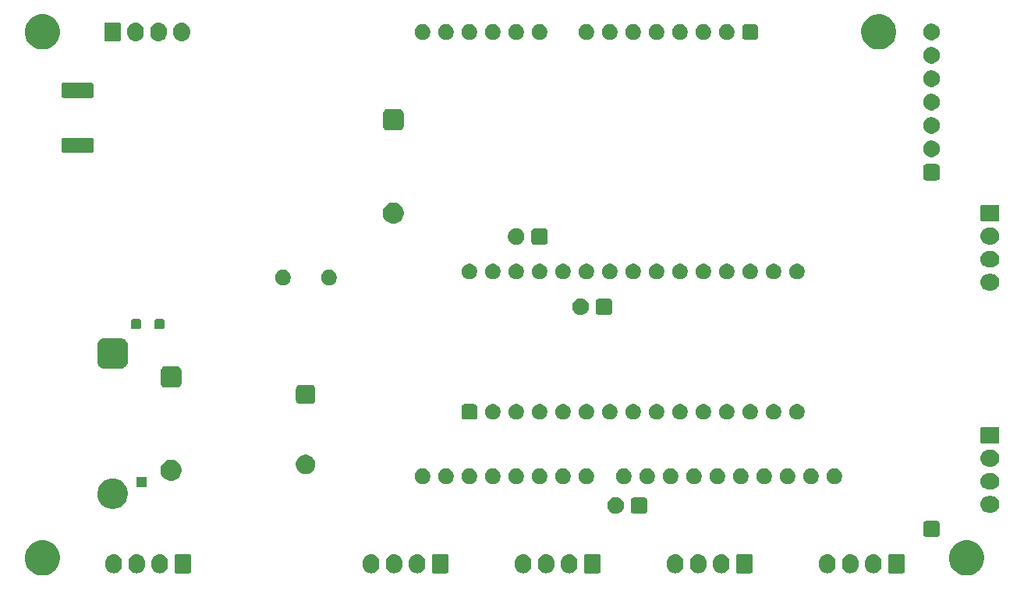
<source format=gbr>
G04 #@! TF.GenerationSoftware,KiCad,Pcbnew,5.1.5-52549c5~86~ubuntu18.04.1*
G04 #@! TF.CreationDate,2020-05-30T04:21:03+05:30*
G04 #@! TF.ProjectId,Resp2,52657370-322e-46b6-9963-61645f706362,rev?*
G04 #@! TF.SameCoordinates,Original*
G04 #@! TF.FileFunction,Soldermask,Bot*
G04 #@! TF.FilePolarity,Negative*
%FSLAX46Y46*%
G04 Gerber Fmt 4.6, Leading zero omitted, Abs format (unit mm)*
G04 Created by KiCad (PCBNEW 5.1.5-52549c5~86~ubuntu18.04.1) date 2020-05-30 04:21:03*
%MOMM*%
%LPD*%
G04 APERTURE LIST*
%ADD10C,0.100000*%
G04 APERTURE END LIST*
D10*
G36*
X118664501Y-71197054D02*
G01*
X119010461Y-71340356D01*
X119321817Y-71548397D01*
X119586603Y-71813183D01*
X119794644Y-72124539D01*
X119794645Y-72124541D01*
X119937946Y-72470500D01*
X120011000Y-72837767D01*
X120011000Y-73212233D01*
X119981930Y-73358376D01*
X119937946Y-73579501D01*
X119794644Y-73925461D01*
X119586603Y-74236817D01*
X119321817Y-74501603D01*
X119010461Y-74709644D01*
X118664501Y-74852946D01*
X118480866Y-74889473D01*
X118297233Y-74926000D01*
X117922767Y-74926000D01*
X117739134Y-74889473D01*
X117555499Y-74852946D01*
X117209539Y-74709644D01*
X116898183Y-74501603D01*
X116633397Y-74236817D01*
X116425356Y-73925461D01*
X116282054Y-73579501D01*
X116238070Y-73358376D01*
X116209000Y-73212233D01*
X116209000Y-72837767D01*
X116282054Y-72470500D01*
X116425355Y-72124541D01*
X116425356Y-72124539D01*
X116633397Y-71813183D01*
X116898183Y-71548397D01*
X117209539Y-71340356D01*
X117555499Y-71197054D01*
X117922767Y-71124000D01*
X118297233Y-71124000D01*
X118664501Y-71197054D01*
G37*
G36*
X18334501Y-71197054D02*
G01*
X18680461Y-71340356D01*
X18991817Y-71548397D01*
X19256603Y-71813183D01*
X19464644Y-72124539D01*
X19464645Y-72124541D01*
X19607946Y-72470500D01*
X19681000Y-72837767D01*
X19681000Y-73212233D01*
X19651930Y-73358376D01*
X19607946Y-73579501D01*
X19464644Y-73925461D01*
X19256603Y-74236817D01*
X18991817Y-74501603D01*
X18680461Y-74709644D01*
X18334501Y-74852946D01*
X18150866Y-74889473D01*
X17967233Y-74926000D01*
X17592767Y-74926000D01*
X17409134Y-74889473D01*
X17225499Y-74852946D01*
X16879539Y-74709644D01*
X16568183Y-74501603D01*
X16303397Y-74236817D01*
X16095356Y-73925461D01*
X15952054Y-73579501D01*
X15908070Y-73358376D01*
X15879000Y-73212233D01*
X15879000Y-72837767D01*
X15952054Y-72470500D01*
X16095355Y-72124541D01*
X16095356Y-72124539D01*
X16303397Y-71813183D01*
X16568183Y-71548397D01*
X16879539Y-71340356D01*
X17225499Y-71197054D01*
X17592767Y-71124000D01*
X17967233Y-71124000D01*
X18334501Y-71197054D01*
G37*
G36*
X56136627Y-72647037D02*
G01*
X56306466Y-72698557D01*
X56462991Y-72782222D01*
X56498729Y-72811552D01*
X56600186Y-72894814D01*
X56683448Y-72996271D01*
X56712778Y-73032009D01*
X56796443Y-73188534D01*
X56847963Y-73358374D01*
X56861000Y-73490743D01*
X56861000Y-73829258D01*
X56847963Y-73961627D01*
X56796443Y-74131466D01*
X56712778Y-74287991D01*
X56683448Y-74323729D01*
X56600186Y-74425186D01*
X56462989Y-74537779D01*
X56306467Y-74621442D01*
X56306465Y-74621443D01*
X56136626Y-74672963D01*
X55960000Y-74690359D01*
X55783373Y-74672963D01*
X55613534Y-74621443D01*
X55457009Y-74537778D01*
X55412930Y-74501603D01*
X55319814Y-74425186D01*
X55207221Y-74287989D01*
X55123558Y-74131467D01*
X55123557Y-74131465D01*
X55072037Y-73961626D01*
X55059000Y-73829257D01*
X55059000Y-73490742D01*
X55072037Y-73358373D01*
X55123557Y-73188534D01*
X55207222Y-73032009D01*
X55319815Y-72894815D01*
X55457010Y-72782222D01*
X55613535Y-72698557D01*
X55783374Y-72647037D01*
X55960000Y-72629641D01*
X56136627Y-72647037D01*
G37*
G36*
X75146627Y-72647037D02*
G01*
X75316466Y-72698557D01*
X75472991Y-72782222D01*
X75508729Y-72811552D01*
X75610186Y-72894814D01*
X75693448Y-72996271D01*
X75722778Y-73032009D01*
X75806443Y-73188534D01*
X75857963Y-73358374D01*
X75871000Y-73490743D01*
X75871000Y-73829258D01*
X75857963Y-73961627D01*
X75806443Y-74131466D01*
X75722778Y-74287991D01*
X75693448Y-74323729D01*
X75610186Y-74425186D01*
X75472989Y-74537779D01*
X75316467Y-74621442D01*
X75316465Y-74621443D01*
X75146626Y-74672963D01*
X74970000Y-74690359D01*
X74793373Y-74672963D01*
X74623534Y-74621443D01*
X74467009Y-74537778D01*
X74422930Y-74501603D01*
X74329814Y-74425186D01*
X74217221Y-74287989D01*
X74133558Y-74131467D01*
X74133557Y-74131465D01*
X74082037Y-73961626D01*
X74069000Y-73829257D01*
X74069000Y-73490742D01*
X74082037Y-73358373D01*
X74133557Y-73188534D01*
X74217222Y-73032009D01*
X74329815Y-72894815D01*
X74467010Y-72782222D01*
X74623535Y-72698557D01*
X74793374Y-72647037D01*
X74970000Y-72629641D01*
X75146627Y-72647037D01*
G37*
G36*
X72646627Y-72647037D02*
G01*
X72816466Y-72698557D01*
X72972991Y-72782222D01*
X73008729Y-72811552D01*
X73110186Y-72894814D01*
X73193448Y-72996271D01*
X73222778Y-73032009D01*
X73306443Y-73188534D01*
X73357963Y-73358374D01*
X73371000Y-73490743D01*
X73371000Y-73829258D01*
X73357963Y-73961627D01*
X73306443Y-74131466D01*
X73222778Y-74287991D01*
X73193448Y-74323729D01*
X73110186Y-74425186D01*
X72972989Y-74537779D01*
X72816467Y-74621442D01*
X72816465Y-74621443D01*
X72646626Y-74672963D01*
X72470000Y-74690359D01*
X72293373Y-74672963D01*
X72123534Y-74621443D01*
X71967009Y-74537778D01*
X71922930Y-74501603D01*
X71829814Y-74425186D01*
X71717221Y-74287989D01*
X71633558Y-74131467D01*
X71633557Y-74131465D01*
X71582037Y-73961626D01*
X71569000Y-73829257D01*
X71569000Y-73490742D01*
X71582037Y-73358373D01*
X71633557Y-73188534D01*
X71717222Y-73032009D01*
X71829815Y-72894815D01*
X71967010Y-72782222D01*
X72123535Y-72698557D01*
X72293374Y-72647037D01*
X72470000Y-72629641D01*
X72646627Y-72647037D01*
G37*
G36*
X70146627Y-72647037D02*
G01*
X70316466Y-72698557D01*
X70472991Y-72782222D01*
X70508729Y-72811552D01*
X70610186Y-72894814D01*
X70693448Y-72996271D01*
X70722778Y-73032009D01*
X70806443Y-73188534D01*
X70857963Y-73358374D01*
X70871000Y-73490743D01*
X70871000Y-73829258D01*
X70857963Y-73961627D01*
X70806443Y-74131466D01*
X70722778Y-74287991D01*
X70693448Y-74323729D01*
X70610186Y-74425186D01*
X70472989Y-74537779D01*
X70316467Y-74621442D01*
X70316465Y-74621443D01*
X70146626Y-74672963D01*
X69970000Y-74690359D01*
X69793373Y-74672963D01*
X69623534Y-74621443D01*
X69467009Y-74537778D01*
X69422930Y-74501603D01*
X69329814Y-74425186D01*
X69217221Y-74287989D01*
X69133558Y-74131467D01*
X69133557Y-74131465D01*
X69082037Y-73961626D01*
X69069000Y-73829257D01*
X69069000Y-73490742D01*
X69082037Y-73358373D01*
X69133557Y-73188534D01*
X69217222Y-73032009D01*
X69329815Y-72894815D01*
X69467010Y-72782222D01*
X69623535Y-72698557D01*
X69793374Y-72647037D01*
X69970000Y-72629641D01*
X70146627Y-72647037D01*
G37*
G36*
X91656627Y-72647037D02*
G01*
X91826466Y-72698557D01*
X91982991Y-72782222D01*
X92018729Y-72811552D01*
X92120186Y-72894814D01*
X92203448Y-72996271D01*
X92232778Y-73032009D01*
X92316443Y-73188534D01*
X92367963Y-73358374D01*
X92381000Y-73490743D01*
X92381000Y-73829258D01*
X92367963Y-73961627D01*
X92316443Y-74131466D01*
X92232778Y-74287991D01*
X92203448Y-74323729D01*
X92120186Y-74425186D01*
X91982989Y-74537779D01*
X91826467Y-74621442D01*
X91826465Y-74621443D01*
X91656626Y-74672963D01*
X91480000Y-74690359D01*
X91303373Y-74672963D01*
X91133534Y-74621443D01*
X90977009Y-74537778D01*
X90932930Y-74501603D01*
X90839814Y-74425186D01*
X90727221Y-74287989D01*
X90643558Y-74131467D01*
X90643557Y-74131465D01*
X90592037Y-73961626D01*
X90579000Y-73829257D01*
X90579000Y-73490742D01*
X90592037Y-73358373D01*
X90643557Y-73188534D01*
X90727222Y-73032009D01*
X90839815Y-72894815D01*
X90977010Y-72782222D01*
X91133535Y-72698557D01*
X91303374Y-72647037D01*
X91480000Y-72629641D01*
X91656627Y-72647037D01*
G37*
G36*
X89156627Y-72647037D02*
G01*
X89326466Y-72698557D01*
X89482991Y-72782222D01*
X89518729Y-72811552D01*
X89620186Y-72894814D01*
X89703448Y-72996271D01*
X89732778Y-73032009D01*
X89816443Y-73188534D01*
X89867963Y-73358374D01*
X89881000Y-73490743D01*
X89881000Y-73829258D01*
X89867963Y-73961627D01*
X89816443Y-74131466D01*
X89732778Y-74287991D01*
X89703448Y-74323729D01*
X89620186Y-74425186D01*
X89482989Y-74537779D01*
X89326467Y-74621442D01*
X89326465Y-74621443D01*
X89156626Y-74672963D01*
X88980000Y-74690359D01*
X88803373Y-74672963D01*
X88633534Y-74621443D01*
X88477009Y-74537778D01*
X88432930Y-74501603D01*
X88339814Y-74425186D01*
X88227221Y-74287989D01*
X88143558Y-74131467D01*
X88143557Y-74131465D01*
X88092037Y-73961626D01*
X88079000Y-73829257D01*
X88079000Y-73490742D01*
X88092037Y-73358373D01*
X88143557Y-73188534D01*
X88227222Y-73032009D01*
X88339815Y-72894815D01*
X88477010Y-72782222D01*
X88633535Y-72698557D01*
X88803374Y-72647037D01*
X88980000Y-72629641D01*
X89156627Y-72647037D01*
G37*
G36*
X86656627Y-72647037D02*
G01*
X86826466Y-72698557D01*
X86982991Y-72782222D01*
X87018729Y-72811552D01*
X87120186Y-72894814D01*
X87203448Y-72996271D01*
X87232778Y-73032009D01*
X87316443Y-73188534D01*
X87367963Y-73358374D01*
X87381000Y-73490743D01*
X87381000Y-73829258D01*
X87367963Y-73961627D01*
X87316443Y-74131466D01*
X87232778Y-74287991D01*
X87203448Y-74323729D01*
X87120186Y-74425186D01*
X86982989Y-74537779D01*
X86826467Y-74621442D01*
X86826465Y-74621443D01*
X86656626Y-74672963D01*
X86480000Y-74690359D01*
X86303373Y-74672963D01*
X86133534Y-74621443D01*
X85977009Y-74537778D01*
X85932930Y-74501603D01*
X85839814Y-74425186D01*
X85727221Y-74287989D01*
X85643558Y-74131467D01*
X85643557Y-74131465D01*
X85592037Y-73961626D01*
X85579000Y-73829257D01*
X85579000Y-73490742D01*
X85592037Y-73358373D01*
X85643557Y-73188534D01*
X85727222Y-73032009D01*
X85839815Y-72894815D01*
X85977010Y-72782222D01*
X86133535Y-72698557D01*
X86303374Y-72647037D01*
X86480000Y-72629641D01*
X86656627Y-72647037D01*
G37*
G36*
X53636627Y-72647037D02*
G01*
X53806466Y-72698557D01*
X53962991Y-72782222D01*
X53998729Y-72811552D01*
X54100186Y-72894814D01*
X54183448Y-72996271D01*
X54212778Y-73032009D01*
X54296443Y-73188534D01*
X54347963Y-73358374D01*
X54361000Y-73490743D01*
X54361000Y-73829258D01*
X54347963Y-73961627D01*
X54296443Y-74131466D01*
X54212778Y-74287991D01*
X54183448Y-74323729D01*
X54100186Y-74425186D01*
X53962989Y-74537779D01*
X53806467Y-74621442D01*
X53806465Y-74621443D01*
X53636626Y-74672963D01*
X53460000Y-74690359D01*
X53283373Y-74672963D01*
X53113534Y-74621443D01*
X52957009Y-74537778D01*
X52912930Y-74501603D01*
X52819814Y-74425186D01*
X52707221Y-74287989D01*
X52623558Y-74131467D01*
X52623557Y-74131465D01*
X52572037Y-73961626D01*
X52559000Y-73829257D01*
X52559000Y-73490742D01*
X52572037Y-73358373D01*
X52623557Y-73188534D01*
X52707222Y-73032009D01*
X52819815Y-72894815D01*
X52957010Y-72782222D01*
X53113535Y-72698557D01*
X53283374Y-72647037D01*
X53460000Y-72629641D01*
X53636627Y-72647037D01*
G37*
G36*
X108166627Y-72647037D02*
G01*
X108336466Y-72698557D01*
X108492991Y-72782222D01*
X108528729Y-72811552D01*
X108630186Y-72894814D01*
X108713448Y-72996271D01*
X108742778Y-73032009D01*
X108826443Y-73188534D01*
X108877963Y-73358374D01*
X108891000Y-73490743D01*
X108891000Y-73829258D01*
X108877963Y-73961627D01*
X108826443Y-74131466D01*
X108742778Y-74287991D01*
X108713448Y-74323729D01*
X108630186Y-74425186D01*
X108492989Y-74537779D01*
X108336467Y-74621442D01*
X108336465Y-74621443D01*
X108166626Y-74672963D01*
X107990000Y-74690359D01*
X107813373Y-74672963D01*
X107643534Y-74621443D01*
X107487009Y-74537778D01*
X107442930Y-74501603D01*
X107349814Y-74425186D01*
X107237221Y-74287989D01*
X107153558Y-74131467D01*
X107153557Y-74131465D01*
X107102037Y-73961626D01*
X107089000Y-73829257D01*
X107089000Y-73490742D01*
X107102037Y-73358373D01*
X107153557Y-73188534D01*
X107237222Y-73032009D01*
X107349815Y-72894815D01*
X107487010Y-72782222D01*
X107643535Y-72698557D01*
X107813374Y-72647037D01*
X107990000Y-72629641D01*
X108166627Y-72647037D01*
G37*
G36*
X105666627Y-72647037D02*
G01*
X105836466Y-72698557D01*
X105992991Y-72782222D01*
X106028729Y-72811552D01*
X106130186Y-72894814D01*
X106213448Y-72996271D01*
X106242778Y-73032009D01*
X106326443Y-73188534D01*
X106377963Y-73358374D01*
X106391000Y-73490743D01*
X106391000Y-73829258D01*
X106377963Y-73961627D01*
X106326443Y-74131466D01*
X106242778Y-74287991D01*
X106213448Y-74323729D01*
X106130186Y-74425186D01*
X105992989Y-74537779D01*
X105836467Y-74621442D01*
X105836465Y-74621443D01*
X105666626Y-74672963D01*
X105490000Y-74690359D01*
X105313373Y-74672963D01*
X105143534Y-74621443D01*
X104987009Y-74537778D01*
X104942930Y-74501603D01*
X104849814Y-74425186D01*
X104737221Y-74287989D01*
X104653558Y-74131467D01*
X104653557Y-74131465D01*
X104602037Y-73961626D01*
X104589000Y-73829257D01*
X104589000Y-73490742D01*
X104602037Y-73358373D01*
X104653557Y-73188534D01*
X104737222Y-73032009D01*
X104849815Y-72894815D01*
X104987010Y-72782222D01*
X105143535Y-72698557D01*
X105313374Y-72647037D01*
X105490000Y-72629641D01*
X105666627Y-72647037D01*
G37*
G36*
X103166627Y-72647037D02*
G01*
X103336466Y-72698557D01*
X103492991Y-72782222D01*
X103528729Y-72811552D01*
X103630186Y-72894814D01*
X103713448Y-72996271D01*
X103742778Y-73032009D01*
X103826443Y-73188534D01*
X103877963Y-73358374D01*
X103891000Y-73490743D01*
X103891000Y-73829258D01*
X103877963Y-73961627D01*
X103826443Y-74131466D01*
X103742778Y-74287991D01*
X103713448Y-74323729D01*
X103630186Y-74425186D01*
X103492989Y-74537779D01*
X103336467Y-74621442D01*
X103336465Y-74621443D01*
X103166626Y-74672963D01*
X102990000Y-74690359D01*
X102813373Y-74672963D01*
X102643534Y-74621443D01*
X102487009Y-74537778D01*
X102442930Y-74501603D01*
X102349814Y-74425186D01*
X102237221Y-74287989D01*
X102153558Y-74131467D01*
X102153557Y-74131465D01*
X102102037Y-73961626D01*
X102089000Y-73829257D01*
X102089000Y-73490742D01*
X102102037Y-73358373D01*
X102153557Y-73188534D01*
X102237222Y-73032009D01*
X102349815Y-72894815D01*
X102487010Y-72782222D01*
X102643535Y-72698557D01*
X102813374Y-72647037D01*
X102990000Y-72629641D01*
X103166627Y-72647037D01*
G37*
G36*
X25696627Y-72647037D02*
G01*
X25866466Y-72698557D01*
X26022991Y-72782222D01*
X26058729Y-72811552D01*
X26160186Y-72894814D01*
X26243448Y-72996271D01*
X26272778Y-73032009D01*
X26356443Y-73188534D01*
X26407963Y-73358374D01*
X26421000Y-73490743D01*
X26421000Y-73829258D01*
X26407963Y-73961627D01*
X26356443Y-74131466D01*
X26272778Y-74287991D01*
X26243448Y-74323729D01*
X26160186Y-74425186D01*
X26022989Y-74537779D01*
X25866467Y-74621442D01*
X25866465Y-74621443D01*
X25696626Y-74672963D01*
X25520000Y-74690359D01*
X25343373Y-74672963D01*
X25173534Y-74621443D01*
X25017009Y-74537778D01*
X24972930Y-74501603D01*
X24879814Y-74425186D01*
X24767221Y-74287989D01*
X24683558Y-74131467D01*
X24683557Y-74131465D01*
X24632037Y-73961626D01*
X24619000Y-73829257D01*
X24619000Y-73490742D01*
X24632037Y-73358373D01*
X24683557Y-73188534D01*
X24767222Y-73032009D01*
X24879815Y-72894815D01*
X25017010Y-72782222D01*
X25173535Y-72698557D01*
X25343374Y-72647037D01*
X25520000Y-72629641D01*
X25696627Y-72647037D01*
G37*
G36*
X28196627Y-72647037D02*
G01*
X28366466Y-72698557D01*
X28522991Y-72782222D01*
X28558729Y-72811552D01*
X28660186Y-72894814D01*
X28743448Y-72996271D01*
X28772778Y-73032009D01*
X28856443Y-73188534D01*
X28907963Y-73358374D01*
X28921000Y-73490743D01*
X28921000Y-73829258D01*
X28907963Y-73961627D01*
X28856443Y-74131466D01*
X28772778Y-74287991D01*
X28743448Y-74323729D01*
X28660186Y-74425186D01*
X28522989Y-74537779D01*
X28366467Y-74621442D01*
X28366465Y-74621443D01*
X28196626Y-74672963D01*
X28020000Y-74690359D01*
X27843373Y-74672963D01*
X27673534Y-74621443D01*
X27517009Y-74537778D01*
X27472930Y-74501603D01*
X27379814Y-74425186D01*
X27267221Y-74287989D01*
X27183558Y-74131467D01*
X27183557Y-74131465D01*
X27132037Y-73961626D01*
X27119000Y-73829257D01*
X27119000Y-73490742D01*
X27132037Y-73358373D01*
X27183557Y-73188534D01*
X27267222Y-73032009D01*
X27379815Y-72894815D01*
X27517010Y-72782222D01*
X27673535Y-72698557D01*
X27843374Y-72647037D01*
X28020000Y-72629641D01*
X28196627Y-72647037D01*
G37*
G36*
X30696627Y-72647037D02*
G01*
X30866466Y-72698557D01*
X31022991Y-72782222D01*
X31058729Y-72811552D01*
X31160186Y-72894814D01*
X31243448Y-72996271D01*
X31272778Y-73032009D01*
X31356443Y-73188534D01*
X31407963Y-73358374D01*
X31421000Y-73490743D01*
X31421000Y-73829258D01*
X31407963Y-73961627D01*
X31356443Y-74131466D01*
X31272778Y-74287991D01*
X31243448Y-74323729D01*
X31160186Y-74425186D01*
X31022989Y-74537779D01*
X30866467Y-74621442D01*
X30866465Y-74621443D01*
X30696626Y-74672963D01*
X30520000Y-74690359D01*
X30343373Y-74672963D01*
X30173534Y-74621443D01*
X30017009Y-74537778D01*
X29972930Y-74501603D01*
X29879814Y-74425186D01*
X29767221Y-74287989D01*
X29683558Y-74131467D01*
X29683557Y-74131465D01*
X29632037Y-73961626D01*
X29619000Y-73829257D01*
X29619000Y-73490742D01*
X29632037Y-73358373D01*
X29683557Y-73188534D01*
X29767222Y-73032009D01*
X29879815Y-72894815D01*
X30017010Y-72782222D01*
X30173535Y-72698557D01*
X30343374Y-72647037D01*
X30520000Y-72629641D01*
X30696627Y-72647037D01*
G37*
G36*
X58636627Y-72647037D02*
G01*
X58806466Y-72698557D01*
X58962991Y-72782222D01*
X58998729Y-72811552D01*
X59100186Y-72894814D01*
X59183448Y-72996271D01*
X59212778Y-73032009D01*
X59296443Y-73188534D01*
X59347963Y-73358374D01*
X59361000Y-73490743D01*
X59361000Y-73829258D01*
X59347963Y-73961627D01*
X59296443Y-74131466D01*
X59212778Y-74287991D01*
X59183448Y-74323729D01*
X59100186Y-74425186D01*
X58962989Y-74537779D01*
X58806467Y-74621442D01*
X58806465Y-74621443D01*
X58636626Y-74672963D01*
X58460000Y-74690359D01*
X58283373Y-74672963D01*
X58113534Y-74621443D01*
X57957009Y-74537778D01*
X57912930Y-74501603D01*
X57819814Y-74425186D01*
X57707221Y-74287989D01*
X57623558Y-74131467D01*
X57623557Y-74131465D01*
X57572037Y-73961626D01*
X57559000Y-73829257D01*
X57559000Y-73490742D01*
X57572037Y-73358373D01*
X57623557Y-73188534D01*
X57707222Y-73032009D01*
X57819815Y-72894815D01*
X57957010Y-72782222D01*
X58113535Y-72698557D01*
X58283374Y-72647037D01*
X58460000Y-72629641D01*
X58636627Y-72647037D01*
G37*
G36*
X94738600Y-72637989D02*
G01*
X94771652Y-72648015D01*
X94802103Y-72664292D01*
X94828799Y-72686201D01*
X94850708Y-72712897D01*
X94866985Y-72743348D01*
X94877011Y-72776400D01*
X94881000Y-72816903D01*
X94881000Y-74503097D01*
X94877011Y-74543600D01*
X94866985Y-74576652D01*
X94850708Y-74607103D01*
X94828799Y-74633799D01*
X94802103Y-74655708D01*
X94771652Y-74671985D01*
X94738600Y-74682011D01*
X94698097Y-74686000D01*
X93261903Y-74686000D01*
X93221400Y-74682011D01*
X93188348Y-74671985D01*
X93157897Y-74655708D01*
X93131201Y-74633799D01*
X93109292Y-74607103D01*
X93093015Y-74576652D01*
X93082989Y-74543600D01*
X93079000Y-74503097D01*
X93079000Y-72816903D01*
X93082989Y-72776400D01*
X93093015Y-72743348D01*
X93109292Y-72712897D01*
X93131201Y-72686201D01*
X93157897Y-72664292D01*
X93188348Y-72648015D01*
X93221400Y-72637989D01*
X93261903Y-72634000D01*
X94698097Y-72634000D01*
X94738600Y-72637989D01*
G37*
G36*
X33778600Y-72637989D02*
G01*
X33811652Y-72648015D01*
X33842103Y-72664292D01*
X33868799Y-72686201D01*
X33890708Y-72712897D01*
X33906985Y-72743348D01*
X33917011Y-72776400D01*
X33921000Y-72816903D01*
X33921000Y-74503097D01*
X33917011Y-74543600D01*
X33906985Y-74576652D01*
X33890708Y-74607103D01*
X33868799Y-74633799D01*
X33842103Y-74655708D01*
X33811652Y-74671985D01*
X33778600Y-74682011D01*
X33738097Y-74686000D01*
X32301903Y-74686000D01*
X32261400Y-74682011D01*
X32228348Y-74671985D01*
X32197897Y-74655708D01*
X32171201Y-74633799D01*
X32149292Y-74607103D01*
X32133015Y-74576652D01*
X32122989Y-74543600D01*
X32119000Y-74503097D01*
X32119000Y-72816903D01*
X32122989Y-72776400D01*
X32133015Y-72743348D01*
X32149292Y-72712897D01*
X32171201Y-72686201D01*
X32197897Y-72664292D01*
X32228348Y-72648015D01*
X32261400Y-72637989D01*
X32301903Y-72634000D01*
X33738097Y-72634000D01*
X33778600Y-72637989D01*
G37*
G36*
X111248600Y-72637989D02*
G01*
X111281652Y-72648015D01*
X111312103Y-72664292D01*
X111338799Y-72686201D01*
X111360708Y-72712897D01*
X111376985Y-72743348D01*
X111387011Y-72776400D01*
X111391000Y-72816903D01*
X111391000Y-74503097D01*
X111387011Y-74543600D01*
X111376985Y-74576652D01*
X111360708Y-74607103D01*
X111338799Y-74633799D01*
X111312103Y-74655708D01*
X111281652Y-74671985D01*
X111248600Y-74682011D01*
X111208097Y-74686000D01*
X109771903Y-74686000D01*
X109731400Y-74682011D01*
X109698348Y-74671985D01*
X109667897Y-74655708D01*
X109641201Y-74633799D01*
X109619292Y-74607103D01*
X109603015Y-74576652D01*
X109592989Y-74543600D01*
X109589000Y-74503097D01*
X109589000Y-72816903D01*
X109592989Y-72776400D01*
X109603015Y-72743348D01*
X109619292Y-72712897D01*
X109641201Y-72686201D01*
X109667897Y-72664292D01*
X109698348Y-72648015D01*
X109731400Y-72637989D01*
X109771903Y-72634000D01*
X111208097Y-72634000D01*
X111248600Y-72637989D01*
G37*
G36*
X78228600Y-72637989D02*
G01*
X78261652Y-72648015D01*
X78292103Y-72664292D01*
X78318799Y-72686201D01*
X78340708Y-72712897D01*
X78356985Y-72743348D01*
X78367011Y-72776400D01*
X78371000Y-72816903D01*
X78371000Y-74503097D01*
X78367011Y-74543600D01*
X78356985Y-74576652D01*
X78340708Y-74607103D01*
X78318799Y-74633799D01*
X78292103Y-74655708D01*
X78261652Y-74671985D01*
X78228600Y-74682011D01*
X78188097Y-74686000D01*
X76751903Y-74686000D01*
X76711400Y-74682011D01*
X76678348Y-74671985D01*
X76647897Y-74655708D01*
X76621201Y-74633799D01*
X76599292Y-74607103D01*
X76583015Y-74576652D01*
X76572989Y-74543600D01*
X76569000Y-74503097D01*
X76569000Y-72816903D01*
X76572989Y-72776400D01*
X76583015Y-72743348D01*
X76599292Y-72712897D01*
X76621201Y-72686201D01*
X76647897Y-72664292D01*
X76678348Y-72648015D01*
X76711400Y-72637989D01*
X76751903Y-72634000D01*
X78188097Y-72634000D01*
X78228600Y-72637989D01*
G37*
G36*
X61718600Y-72637989D02*
G01*
X61751652Y-72648015D01*
X61782103Y-72664292D01*
X61808799Y-72686201D01*
X61830708Y-72712897D01*
X61846985Y-72743348D01*
X61857011Y-72776400D01*
X61861000Y-72816903D01*
X61861000Y-74503097D01*
X61857011Y-74543600D01*
X61846985Y-74576652D01*
X61830708Y-74607103D01*
X61808799Y-74633799D01*
X61782103Y-74655708D01*
X61751652Y-74671985D01*
X61718600Y-74682011D01*
X61678097Y-74686000D01*
X60241903Y-74686000D01*
X60201400Y-74682011D01*
X60168348Y-74671985D01*
X60137897Y-74655708D01*
X60111201Y-74633799D01*
X60089292Y-74607103D01*
X60073015Y-74576652D01*
X60062989Y-74543600D01*
X60059000Y-74503097D01*
X60059000Y-72816903D01*
X60062989Y-72776400D01*
X60073015Y-72743348D01*
X60089292Y-72712897D01*
X60111201Y-72686201D01*
X60137897Y-72664292D01*
X60168348Y-72648015D01*
X60201400Y-72637989D01*
X60241903Y-72634000D01*
X61678097Y-72634000D01*
X61718600Y-72637989D01*
G37*
G36*
X114888578Y-68957048D02*
G01*
X114961249Y-68979093D01*
X115028225Y-69014892D01*
X115086930Y-69063070D01*
X115135108Y-69121775D01*
X115170907Y-69188751D01*
X115192952Y-69261422D01*
X115201000Y-69343140D01*
X115201000Y-70356860D01*
X115192952Y-70438578D01*
X115170907Y-70511249D01*
X115135108Y-70578225D01*
X115086930Y-70636930D01*
X115028225Y-70685108D01*
X114961249Y-70720907D01*
X114888578Y-70742952D01*
X114806860Y-70751000D01*
X113793140Y-70751000D01*
X113711422Y-70742952D01*
X113638751Y-70720907D01*
X113571775Y-70685108D01*
X113513070Y-70636930D01*
X113464892Y-70578225D01*
X113429093Y-70511249D01*
X113407048Y-70438578D01*
X113399000Y-70356860D01*
X113399000Y-69343140D01*
X113407048Y-69261422D01*
X113429093Y-69188751D01*
X113464892Y-69121775D01*
X113513070Y-69063070D01*
X113571775Y-69014892D01*
X113638751Y-68979093D01*
X113711422Y-68957048D01*
X113793140Y-68949000D01*
X114806860Y-68949000D01*
X114888578Y-68957048D01*
G37*
G36*
X80123512Y-66413927D02*
G01*
X80272812Y-66443624D01*
X80436784Y-66511544D01*
X80584354Y-66610147D01*
X80709853Y-66735646D01*
X80808456Y-66883216D01*
X80876376Y-67047188D01*
X80911000Y-67221259D01*
X80911000Y-67398741D01*
X80876376Y-67572812D01*
X80808456Y-67736784D01*
X80709853Y-67884354D01*
X80584354Y-68009853D01*
X80436784Y-68108456D01*
X80272812Y-68176376D01*
X80123512Y-68206073D01*
X80098742Y-68211000D01*
X79921258Y-68211000D01*
X79896488Y-68206073D01*
X79747188Y-68176376D01*
X79583216Y-68108456D01*
X79435646Y-68009853D01*
X79310147Y-67884354D01*
X79211544Y-67736784D01*
X79143624Y-67572812D01*
X79109000Y-67398741D01*
X79109000Y-67221259D01*
X79143624Y-67047188D01*
X79211544Y-66883216D01*
X79310147Y-66735646D01*
X79435646Y-66610147D01*
X79583216Y-66511544D01*
X79747188Y-66443624D01*
X79896488Y-66413927D01*
X79921258Y-66409000D01*
X80098742Y-66409000D01*
X80123512Y-66413927D01*
G37*
G36*
X83138578Y-66417048D02*
G01*
X83211249Y-66439093D01*
X83278225Y-66474892D01*
X83336930Y-66523070D01*
X83385108Y-66581775D01*
X83420907Y-66648751D01*
X83442952Y-66721422D01*
X83451000Y-66803140D01*
X83451000Y-67816860D01*
X83442952Y-67898578D01*
X83420907Y-67971249D01*
X83385108Y-68038225D01*
X83336930Y-68096930D01*
X83278225Y-68145108D01*
X83211249Y-68180907D01*
X83138578Y-68202952D01*
X83056860Y-68211000D01*
X82043140Y-68211000D01*
X81961422Y-68202952D01*
X81888751Y-68180907D01*
X81821775Y-68145108D01*
X81763070Y-68096930D01*
X81714892Y-68038225D01*
X81679093Y-67971249D01*
X81657048Y-67898578D01*
X81649000Y-67816860D01*
X81649000Y-66803140D01*
X81657048Y-66721422D01*
X81679093Y-66648751D01*
X81714892Y-66581775D01*
X81763070Y-66523070D01*
X81821775Y-66474892D01*
X81888751Y-66439093D01*
X81961422Y-66417048D01*
X82043140Y-66409000D01*
X83056860Y-66409000D01*
X83138578Y-66417048D01*
G37*
G36*
X120885443Y-66295519D02*
G01*
X120951627Y-66302037D01*
X121121466Y-66353557D01*
X121277991Y-66437222D01*
X121313729Y-66466552D01*
X121415186Y-66549814D01*
X121496380Y-66648751D01*
X121527778Y-66687009D01*
X121611443Y-66843534D01*
X121662963Y-67013373D01*
X121680359Y-67190000D01*
X121662963Y-67366627D01*
X121611443Y-67536466D01*
X121527778Y-67692991D01*
X121498448Y-67728729D01*
X121415186Y-67830186D01*
X121313729Y-67913448D01*
X121277991Y-67942778D01*
X121277989Y-67942779D01*
X121152504Y-68009853D01*
X121121466Y-68026443D01*
X120951627Y-68077963D01*
X120885443Y-68084481D01*
X120819260Y-68091000D01*
X120480740Y-68091000D01*
X120414557Y-68084481D01*
X120348373Y-68077963D01*
X120178534Y-68026443D01*
X120147497Y-68009853D01*
X120022011Y-67942779D01*
X120022009Y-67942778D01*
X119986271Y-67913448D01*
X119884814Y-67830186D01*
X119801552Y-67728729D01*
X119772222Y-67692991D01*
X119688557Y-67536466D01*
X119637037Y-67366627D01*
X119619641Y-67190000D01*
X119637037Y-67013373D01*
X119688557Y-66843534D01*
X119772222Y-66687009D01*
X119803620Y-66648751D01*
X119884814Y-66549814D01*
X119986271Y-66466552D01*
X120022009Y-66437222D01*
X120178534Y-66353557D01*
X120348373Y-66302037D01*
X120414557Y-66295519D01*
X120480740Y-66289000D01*
X120819260Y-66289000D01*
X120885443Y-66295519D01*
G37*
G36*
X25775256Y-64431298D02*
G01*
X25881579Y-64452447D01*
X26182042Y-64576903D01*
X26452451Y-64757585D01*
X26682415Y-64987549D01*
X26863097Y-65257958D01*
X26974307Y-65526442D01*
X26987553Y-65558422D01*
X27051000Y-65877389D01*
X27051000Y-66202611D01*
X27009946Y-66409000D01*
X26987553Y-66521579D01*
X26919029Y-66687011D01*
X26870927Y-66803140D01*
X26863097Y-66822042D01*
X26682415Y-67092451D01*
X26452451Y-67322415D01*
X26182042Y-67503097D01*
X25881579Y-67627553D01*
X25775256Y-67648702D01*
X25562611Y-67691000D01*
X25237389Y-67691000D01*
X25024744Y-67648702D01*
X24918421Y-67627553D01*
X24617958Y-67503097D01*
X24347549Y-67322415D01*
X24117585Y-67092451D01*
X23936903Y-66822042D01*
X23929074Y-66803140D01*
X23880971Y-66687011D01*
X23812447Y-66521579D01*
X23790054Y-66409000D01*
X23749000Y-66202611D01*
X23749000Y-65877389D01*
X23812447Y-65558422D01*
X23825694Y-65526442D01*
X23936903Y-65257958D01*
X24117585Y-64987549D01*
X24347549Y-64757585D01*
X24617958Y-64576903D01*
X24918421Y-64452447D01*
X25024744Y-64431298D01*
X25237389Y-64389000D01*
X25562611Y-64389000D01*
X25775256Y-64431298D01*
G37*
G36*
X120885442Y-63795518D02*
G01*
X120951627Y-63802037D01*
X121121466Y-63853557D01*
X121277991Y-63937222D01*
X121313729Y-63966552D01*
X121415186Y-64049814D01*
X121498448Y-64151271D01*
X121527778Y-64187009D01*
X121611443Y-64343534D01*
X121662963Y-64513373D01*
X121680359Y-64690000D01*
X121662963Y-64866627D01*
X121611443Y-65036466D01*
X121527778Y-65192991D01*
X121498448Y-65228729D01*
X121415186Y-65330186D01*
X121313729Y-65413448D01*
X121277991Y-65442778D01*
X121121466Y-65526443D01*
X120951627Y-65577963D01*
X120885443Y-65584481D01*
X120819260Y-65591000D01*
X120480740Y-65591000D01*
X120414557Y-65584481D01*
X120348373Y-65577963D01*
X120178534Y-65526443D01*
X120022009Y-65442778D01*
X119986271Y-65413448D01*
X119884814Y-65330186D01*
X119801552Y-65228729D01*
X119772222Y-65192991D01*
X119688557Y-65036466D01*
X119637037Y-64866627D01*
X119619641Y-64690000D01*
X119637037Y-64513373D01*
X119688557Y-64343534D01*
X119772222Y-64187009D01*
X119801552Y-64151271D01*
X119884814Y-64049814D01*
X119986271Y-63966552D01*
X120022009Y-63937222D01*
X120178534Y-63853557D01*
X120348373Y-63802037D01*
X120414558Y-63795518D01*
X120480740Y-63789000D01*
X120819260Y-63789000D01*
X120885442Y-63795518D01*
G37*
G36*
X29126000Y-65321000D02*
G01*
X28024000Y-65321000D01*
X28024000Y-64219000D01*
X29126000Y-64219000D01*
X29126000Y-65321000D01*
G37*
G36*
X64383228Y-63316703D02*
G01*
X64538100Y-63380853D01*
X64677481Y-63473985D01*
X64796015Y-63592519D01*
X64889147Y-63731900D01*
X64953297Y-63886772D01*
X64986000Y-64051184D01*
X64986000Y-64218816D01*
X64953297Y-64383228D01*
X64889147Y-64538100D01*
X64796015Y-64677481D01*
X64677481Y-64796015D01*
X64538100Y-64889147D01*
X64383228Y-64953297D01*
X64218816Y-64986000D01*
X64051184Y-64986000D01*
X63886772Y-64953297D01*
X63731900Y-64889147D01*
X63592519Y-64796015D01*
X63473985Y-64677481D01*
X63380853Y-64538100D01*
X63316703Y-64383228D01*
X63284000Y-64218816D01*
X63284000Y-64051184D01*
X63316703Y-63886772D01*
X63380853Y-63731900D01*
X63473985Y-63592519D01*
X63592519Y-63473985D01*
X63731900Y-63380853D01*
X63886772Y-63316703D01*
X64051184Y-63284000D01*
X64218816Y-63284000D01*
X64383228Y-63316703D01*
G37*
G36*
X59303228Y-63316703D02*
G01*
X59458100Y-63380853D01*
X59597481Y-63473985D01*
X59716015Y-63592519D01*
X59809147Y-63731900D01*
X59873297Y-63886772D01*
X59906000Y-64051184D01*
X59906000Y-64218816D01*
X59873297Y-64383228D01*
X59809147Y-64538100D01*
X59716015Y-64677481D01*
X59597481Y-64796015D01*
X59458100Y-64889147D01*
X59303228Y-64953297D01*
X59138816Y-64986000D01*
X58971184Y-64986000D01*
X58806772Y-64953297D01*
X58651900Y-64889147D01*
X58512519Y-64796015D01*
X58393985Y-64677481D01*
X58300853Y-64538100D01*
X58236703Y-64383228D01*
X58204000Y-64218816D01*
X58204000Y-64051184D01*
X58236703Y-63886772D01*
X58300853Y-63731900D01*
X58393985Y-63592519D01*
X58512519Y-63473985D01*
X58651900Y-63380853D01*
X58806772Y-63316703D01*
X58971184Y-63284000D01*
X59138816Y-63284000D01*
X59303228Y-63316703D01*
G37*
G36*
X61843228Y-63316703D02*
G01*
X61998100Y-63380853D01*
X62137481Y-63473985D01*
X62256015Y-63592519D01*
X62349147Y-63731900D01*
X62413297Y-63886772D01*
X62446000Y-64051184D01*
X62446000Y-64218816D01*
X62413297Y-64383228D01*
X62349147Y-64538100D01*
X62256015Y-64677481D01*
X62137481Y-64796015D01*
X61998100Y-64889147D01*
X61843228Y-64953297D01*
X61678816Y-64986000D01*
X61511184Y-64986000D01*
X61346772Y-64953297D01*
X61191900Y-64889147D01*
X61052519Y-64796015D01*
X60933985Y-64677481D01*
X60840853Y-64538100D01*
X60776703Y-64383228D01*
X60744000Y-64218816D01*
X60744000Y-64051184D01*
X60776703Y-63886772D01*
X60840853Y-63731900D01*
X60933985Y-63592519D01*
X61052519Y-63473985D01*
X61191900Y-63380853D01*
X61346772Y-63316703D01*
X61511184Y-63284000D01*
X61678816Y-63284000D01*
X61843228Y-63316703D01*
G37*
G36*
X81143228Y-63316703D02*
G01*
X81298100Y-63380853D01*
X81437481Y-63473985D01*
X81556015Y-63592519D01*
X81649147Y-63731900D01*
X81713297Y-63886772D01*
X81746000Y-64051184D01*
X81746000Y-64218816D01*
X81713297Y-64383228D01*
X81649147Y-64538100D01*
X81556015Y-64677481D01*
X81437481Y-64796015D01*
X81298100Y-64889147D01*
X81143228Y-64953297D01*
X80978816Y-64986000D01*
X80811184Y-64986000D01*
X80646772Y-64953297D01*
X80491900Y-64889147D01*
X80352519Y-64796015D01*
X80233985Y-64677481D01*
X80140853Y-64538100D01*
X80076703Y-64383228D01*
X80044000Y-64218816D01*
X80044000Y-64051184D01*
X80076703Y-63886772D01*
X80140853Y-63731900D01*
X80233985Y-63592519D01*
X80352519Y-63473985D01*
X80491900Y-63380853D01*
X80646772Y-63316703D01*
X80811184Y-63284000D01*
X80978816Y-63284000D01*
X81143228Y-63316703D01*
G37*
G36*
X77083228Y-63316703D02*
G01*
X77238100Y-63380853D01*
X77377481Y-63473985D01*
X77496015Y-63592519D01*
X77589147Y-63731900D01*
X77653297Y-63886772D01*
X77686000Y-64051184D01*
X77686000Y-64218816D01*
X77653297Y-64383228D01*
X77589147Y-64538100D01*
X77496015Y-64677481D01*
X77377481Y-64796015D01*
X77238100Y-64889147D01*
X77083228Y-64953297D01*
X76918816Y-64986000D01*
X76751184Y-64986000D01*
X76586772Y-64953297D01*
X76431900Y-64889147D01*
X76292519Y-64796015D01*
X76173985Y-64677481D01*
X76080853Y-64538100D01*
X76016703Y-64383228D01*
X75984000Y-64218816D01*
X75984000Y-64051184D01*
X76016703Y-63886772D01*
X76080853Y-63731900D01*
X76173985Y-63592519D01*
X76292519Y-63473985D01*
X76431900Y-63380853D01*
X76586772Y-63316703D01*
X76751184Y-63284000D01*
X76918816Y-63284000D01*
X77083228Y-63316703D01*
G37*
G36*
X74543228Y-63316703D02*
G01*
X74698100Y-63380853D01*
X74837481Y-63473985D01*
X74956015Y-63592519D01*
X75049147Y-63731900D01*
X75113297Y-63886772D01*
X75146000Y-64051184D01*
X75146000Y-64218816D01*
X75113297Y-64383228D01*
X75049147Y-64538100D01*
X74956015Y-64677481D01*
X74837481Y-64796015D01*
X74698100Y-64889147D01*
X74543228Y-64953297D01*
X74378816Y-64986000D01*
X74211184Y-64986000D01*
X74046772Y-64953297D01*
X73891900Y-64889147D01*
X73752519Y-64796015D01*
X73633985Y-64677481D01*
X73540853Y-64538100D01*
X73476703Y-64383228D01*
X73444000Y-64218816D01*
X73444000Y-64051184D01*
X73476703Y-63886772D01*
X73540853Y-63731900D01*
X73633985Y-63592519D01*
X73752519Y-63473985D01*
X73891900Y-63380853D01*
X74046772Y-63316703D01*
X74211184Y-63284000D01*
X74378816Y-63284000D01*
X74543228Y-63316703D01*
G37*
G36*
X72003228Y-63316703D02*
G01*
X72158100Y-63380853D01*
X72297481Y-63473985D01*
X72416015Y-63592519D01*
X72509147Y-63731900D01*
X72573297Y-63886772D01*
X72606000Y-64051184D01*
X72606000Y-64218816D01*
X72573297Y-64383228D01*
X72509147Y-64538100D01*
X72416015Y-64677481D01*
X72297481Y-64796015D01*
X72158100Y-64889147D01*
X72003228Y-64953297D01*
X71838816Y-64986000D01*
X71671184Y-64986000D01*
X71506772Y-64953297D01*
X71351900Y-64889147D01*
X71212519Y-64796015D01*
X71093985Y-64677481D01*
X71000853Y-64538100D01*
X70936703Y-64383228D01*
X70904000Y-64218816D01*
X70904000Y-64051184D01*
X70936703Y-63886772D01*
X71000853Y-63731900D01*
X71093985Y-63592519D01*
X71212519Y-63473985D01*
X71351900Y-63380853D01*
X71506772Y-63316703D01*
X71671184Y-63284000D01*
X71838816Y-63284000D01*
X72003228Y-63316703D01*
G37*
G36*
X69463228Y-63316703D02*
G01*
X69618100Y-63380853D01*
X69757481Y-63473985D01*
X69876015Y-63592519D01*
X69969147Y-63731900D01*
X70033297Y-63886772D01*
X70066000Y-64051184D01*
X70066000Y-64218816D01*
X70033297Y-64383228D01*
X69969147Y-64538100D01*
X69876015Y-64677481D01*
X69757481Y-64796015D01*
X69618100Y-64889147D01*
X69463228Y-64953297D01*
X69298816Y-64986000D01*
X69131184Y-64986000D01*
X68966772Y-64953297D01*
X68811900Y-64889147D01*
X68672519Y-64796015D01*
X68553985Y-64677481D01*
X68460853Y-64538100D01*
X68396703Y-64383228D01*
X68364000Y-64218816D01*
X68364000Y-64051184D01*
X68396703Y-63886772D01*
X68460853Y-63731900D01*
X68553985Y-63592519D01*
X68672519Y-63473985D01*
X68811900Y-63380853D01*
X68966772Y-63316703D01*
X69131184Y-63284000D01*
X69298816Y-63284000D01*
X69463228Y-63316703D01*
G37*
G36*
X66923228Y-63316703D02*
G01*
X67078100Y-63380853D01*
X67217481Y-63473985D01*
X67336015Y-63592519D01*
X67429147Y-63731900D01*
X67493297Y-63886772D01*
X67526000Y-64051184D01*
X67526000Y-64218816D01*
X67493297Y-64383228D01*
X67429147Y-64538100D01*
X67336015Y-64677481D01*
X67217481Y-64796015D01*
X67078100Y-64889147D01*
X66923228Y-64953297D01*
X66758816Y-64986000D01*
X66591184Y-64986000D01*
X66426772Y-64953297D01*
X66271900Y-64889147D01*
X66132519Y-64796015D01*
X66013985Y-64677481D01*
X65920853Y-64538100D01*
X65856703Y-64383228D01*
X65824000Y-64218816D01*
X65824000Y-64051184D01*
X65856703Y-63886772D01*
X65920853Y-63731900D01*
X66013985Y-63592519D01*
X66132519Y-63473985D01*
X66271900Y-63380853D01*
X66426772Y-63316703D01*
X66591184Y-63284000D01*
X66758816Y-63284000D01*
X66923228Y-63316703D01*
G37*
G36*
X104003228Y-63316703D02*
G01*
X104158100Y-63380853D01*
X104297481Y-63473985D01*
X104416015Y-63592519D01*
X104509147Y-63731900D01*
X104573297Y-63886772D01*
X104606000Y-64051184D01*
X104606000Y-64218816D01*
X104573297Y-64383228D01*
X104509147Y-64538100D01*
X104416015Y-64677481D01*
X104297481Y-64796015D01*
X104158100Y-64889147D01*
X104003228Y-64953297D01*
X103838816Y-64986000D01*
X103671184Y-64986000D01*
X103506772Y-64953297D01*
X103351900Y-64889147D01*
X103212519Y-64796015D01*
X103093985Y-64677481D01*
X103000853Y-64538100D01*
X102936703Y-64383228D01*
X102904000Y-64218816D01*
X102904000Y-64051184D01*
X102936703Y-63886772D01*
X103000853Y-63731900D01*
X103093985Y-63592519D01*
X103212519Y-63473985D01*
X103351900Y-63380853D01*
X103506772Y-63316703D01*
X103671184Y-63284000D01*
X103838816Y-63284000D01*
X104003228Y-63316703D01*
G37*
G36*
X98923228Y-63316703D02*
G01*
X99078100Y-63380853D01*
X99217481Y-63473985D01*
X99336015Y-63592519D01*
X99429147Y-63731900D01*
X99493297Y-63886772D01*
X99526000Y-64051184D01*
X99526000Y-64218816D01*
X99493297Y-64383228D01*
X99429147Y-64538100D01*
X99336015Y-64677481D01*
X99217481Y-64796015D01*
X99078100Y-64889147D01*
X98923228Y-64953297D01*
X98758816Y-64986000D01*
X98591184Y-64986000D01*
X98426772Y-64953297D01*
X98271900Y-64889147D01*
X98132519Y-64796015D01*
X98013985Y-64677481D01*
X97920853Y-64538100D01*
X97856703Y-64383228D01*
X97824000Y-64218816D01*
X97824000Y-64051184D01*
X97856703Y-63886772D01*
X97920853Y-63731900D01*
X98013985Y-63592519D01*
X98132519Y-63473985D01*
X98271900Y-63380853D01*
X98426772Y-63316703D01*
X98591184Y-63284000D01*
X98758816Y-63284000D01*
X98923228Y-63316703D01*
G37*
G36*
X96383228Y-63316703D02*
G01*
X96538100Y-63380853D01*
X96677481Y-63473985D01*
X96796015Y-63592519D01*
X96889147Y-63731900D01*
X96953297Y-63886772D01*
X96986000Y-64051184D01*
X96986000Y-64218816D01*
X96953297Y-64383228D01*
X96889147Y-64538100D01*
X96796015Y-64677481D01*
X96677481Y-64796015D01*
X96538100Y-64889147D01*
X96383228Y-64953297D01*
X96218816Y-64986000D01*
X96051184Y-64986000D01*
X95886772Y-64953297D01*
X95731900Y-64889147D01*
X95592519Y-64796015D01*
X95473985Y-64677481D01*
X95380853Y-64538100D01*
X95316703Y-64383228D01*
X95284000Y-64218816D01*
X95284000Y-64051184D01*
X95316703Y-63886772D01*
X95380853Y-63731900D01*
X95473985Y-63592519D01*
X95592519Y-63473985D01*
X95731900Y-63380853D01*
X95886772Y-63316703D01*
X96051184Y-63284000D01*
X96218816Y-63284000D01*
X96383228Y-63316703D01*
G37*
G36*
X93843228Y-63316703D02*
G01*
X93998100Y-63380853D01*
X94137481Y-63473985D01*
X94256015Y-63592519D01*
X94349147Y-63731900D01*
X94413297Y-63886772D01*
X94446000Y-64051184D01*
X94446000Y-64218816D01*
X94413297Y-64383228D01*
X94349147Y-64538100D01*
X94256015Y-64677481D01*
X94137481Y-64796015D01*
X93998100Y-64889147D01*
X93843228Y-64953297D01*
X93678816Y-64986000D01*
X93511184Y-64986000D01*
X93346772Y-64953297D01*
X93191900Y-64889147D01*
X93052519Y-64796015D01*
X92933985Y-64677481D01*
X92840853Y-64538100D01*
X92776703Y-64383228D01*
X92744000Y-64218816D01*
X92744000Y-64051184D01*
X92776703Y-63886772D01*
X92840853Y-63731900D01*
X92933985Y-63592519D01*
X93052519Y-63473985D01*
X93191900Y-63380853D01*
X93346772Y-63316703D01*
X93511184Y-63284000D01*
X93678816Y-63284000D01*
X93843228Y-63316703D01*
G37*
G36*
X91303228Y-63316703D02*
G01*
X91458100Y-63380853D01*
X91597481Y-63473985D01*
X91716015Y-63592519D01*
X91809147Y-63731900D01*
X91873297Y-63886772D01*
X91906000Y-64051184D01*
X91906000Y-64218816D01*
X91873297Y-64383228D01*
X91809147Y-64538100D01*
X91716015Y-64677481D01*
X91597481Y-64796015D01*
X91458100Y-64889147D01*
X91303228Y-64953297D01*
X91138816Y-64986000D01*
X90971184Y-64986000D01*
X90806772Y-64953297D01*
X90651900Y-64889147D01*
X90512519Y-64796015D01*
X90393985Y-64677481D01*
X90300853Y-64538100D01*
X90236703Y-64383228D01*
X90204000Y-64218816D01*
X90204000Y-64051184D01*
X90236703Y-63886772D01*
X90300853Y-63731900D01*
X90393985Y-63592519D01*
X90512519Y-63473985D01*
X90651900Y-63380853D01*
X90806772Y-63316703D01*
X90971184Y-63284000D01*
X91138816Y-63284000D01*
X91303228Y-63316703D01*
G37*
G36*
X88763228Y-63316703D02*
G01*
X88918100Y-63380853D01*
X89057481Y-63473985D01*
X89176015Y-63592519D01*
X89269147Y-63731900D01*
X89333297Y-63886772D01*
X89366000Y-64051184D01*
X89366000Y-64218816D01*
X89333297Y-64383228D01*
X89269147Y-64538100D01*
X89176015Y-64677481D01*
X89057481Y-64796015D01*
X88918100Y-64889147D01*
X88763228Y-64953297D01*
X88598816Y-64986000D01*
X88431184Y-64986000D01*
X88266772Y-64953297D01*
X88111900Y-64889147D01*
X87972519Y-64796015D01*
X87853985Y-64677481D01*
X87760853Y-64538100D01*
X87696703Y-64383228D01*
X87664000Y-64218816D01*
X87664000Y-64051184D01*
X87696703Y-63886772D01*
X87760853Y-63731900D01*
X87853985Y-63592519D01*
X87972519Y-63473985D01*
X88111900Y-63380853D01*
X88266772Y-63316703D01*
X88431184Y-63284000D01*
X88598816Y-63284000D01*
X88763228Y-63316703D01*
G37*
G36*
X86223228Y-63316703D02*
G01*
X86378100Y-63380853D01*
X86517481Y-63473985D01*
X86636015Y-63592519D01*
X86729147Y-63731900D01*
X86793297Y-63886772D01*
X86826000Y-64051184D01*
X86826000Y-64218816D01*
X86793297Y-64383228D01*
X86729147Y-64538100D01*
X86636015Y-64677481D01*
X86517481Y-64796015D01*
X86378100Y-64889147D01*
X86223228Y-64953297D01*
X86058816Y-64986000D01*
X85891184Y-64986000D01*
X85726772Y-64953297D01*
X85571900Y-64889147D01*
X85432519Y-64796015D01*
X85313985Y-64677481D01*
X85220853Y-64538100D01*
X85156703Y-64383228D01*
X85124000Y-64218816D01*
X85124000Y-64051184D01*
X85156703Y-63886772D01*
X85220853Y-63731900D01*
X85313985Y-63592519D01*
X85432519Y-63473985D01*
X85571900Y-63380853D01*
X85726772Y-63316703D01*
X85891184Y-63284000D01*
X86058816Y-63284000D01*
X86223228Y-63316703D01*
G37*
G36*
X83683228Y-63316703D02*
G01*
X83838100Y-63380853D01*
X83977481Y-63473985D01*
X84096015Y-63592519D01*
X84189147Y-63731900D01*
X84253297Y-63886772D01*
X84286000Y-64051184D01*
X84286000Y-64218816D01*
X84253297Y-64383228D01*
X84189147Y-64538100D01*
X84096015Y-64677481D01*
X83977481Y-64796015D01*
X83838100Y-64889147D01*
X83683228Y-64953297D01*
X83518816Y-64986000D01*
X83351184Y-64986000D01*
X83186772Y-64953297D01*
X83031900Y-64889147D01*
X82892519Y-64796015D01*
X82773985Y-64677481D01*
X82680853Y-64538100D01*
X82616703Y-64383228D01*
X82584000Y-64218816D01*
X82584000Y-64051184D01*
X82616703Y-63886772D01*
X82680853Y-63731900D01*
X82773985Y-63592519D01*
X82892519Y-63473985D01*
X83031900Y-63380853D01*
X83186772Y-63316703D01*
X83351184Y-63284000D01*
X83518816Y-63284000D01*
X83683228Y-63316703D01*
G37*
G36*
X101463228Y-63316703D02*
G01*
X101618100Y-63380853D01*
X101757481Y-63473985D01*
X101876015Y-63592519D01*
X101969147Y-63731900D01*
X102033297Y-63886772D01*
X102066000Y-64051184D01*
X102066000Y-64218816D01*
X102033297Y-64383228D01*
X101969147Y-64538100D01*
X101876015Y-64677481D01*
X101757481Y-64796015D01*
X101618100Y-64889147D01*
X101463228Y-64953297D01*
X101298816Y-64986000D01*
X101131184Y-64986000D01*
X100966772Y-64953297D01*
X100811900Y-64889147D01*
X100672519Y-64796015D01*
X100553985Y-64677481D01*
X100460853Y-64538100D01*
X100396703Y-64383228D01*
X100364000Y-64218816D01*
X100364000Y-64051184D01*
X100396703Y-63886772D01*
X100460853Y-63731900D01*
X100553985Y-63592519D01*
X100672519Y-63473985D01*
X100811900Y-63380853D01*
X100966772Y-63316703D01*
X101131184Y-63284000D01*
X101298816Y-63284000D01*
X101463228Y-63316703D01*
G37*
G36*
X31951971Y-62366625D02*
G01*
X32085734Y-62393232D01*
X32295203Y-62479997D01*
X32483720Y-62605960D01*
X32644040Y-62766280D01*
X32770003Y-62954797D01*
X32851507Y-63151564D01*
X32856768Y-63164267D01*
X32899850Y-63380852D01*
X32901000Y-63386636D01*
X32901000Y-63613364D01*
X32856768Y-63835734D01*
X32770003Y-64045203D01*
X32644040Y-64233720D01*
X32483720Y-64394040D01*
X32295203Y-64520003D01*
X32085734Y-64606768D01*
X31974549Y-64628884D01*
X31863365Y-64651000D01*
X31636635Y-64651000D01*
X31525451Y-64628884D01*
X31414266Y-64606768D01*
X31204797Y-64520003D01*
X31016280Y-64394040D01*
X30855960Y-64233720D01*
X30729997Y-64045203D01*
X30643232Y-63835734D01*
X30599000Y-63613364D01*
X30599000Y-63386636D01*
X30600151Y-63380852D01*
X30643232Y-63164267D01*
X30648494Y-63151564D01*
X30729997Y-62954797D01*
X30855960Y-62766280D01*
X31016280Y-62605960D01*
X31204797Y-62479997D01*
X31414266Y-62393232D01*
X31548029Y-62366625D01*
X31636635Y-62349000D01*
X31863365Y-62349000D01*
X31951971Y-62366625D01*
G37*
G36*
X46661564Y-61834389D02*
G01*
X46852833Y-61913615D01*
X46852835Y-61913616D01*
X47002132Y-62013373D01*
X47024973Y-62028635D01*
X47171365Y-62175027D01*
X47286385Y-62347167D01*
X47365611Y-62538436D01*
X47406000Y-62741484D01*
X47406000Y-62948516D01*
X47365611Y-63151564D01*
X47286385Y-63342833D01*
X47286384Y-63342835D01*
X47171365Y-63514973D01*
X47024973Y-63661365D01*
X46852835Y-63776384D01*
X46852834Y-63776385D01*
X46852833Y-63776385D01*
X46661564Y-63855611D01*
X46458516Y-63896000D01*
X46251484Y-63896000D01*
X46048436Y-63855611D01*
X45857167Y-63776385D01*
X45857166Y-63776385D01*
X45857165Y-63776384D01*
X45685027Y-63661365D01*
X45538635Y-63514973D01*
X45423616Y-63342835D01*
X45423615Y-63342833D01*
X45344389Y-63151564D01*
X45304000Y-62948516D01*
X45304000Y-62741484D01*
X45344389Y-62538436D01*
X45423615Y-62347167D01*
X45538635Y-62175027D01*
X45685027Y-62028635D01*
X45707868Y-62013373D01*
X45857165Y-61913616D01*
X45857167Y-61913615D01*
X46048436Y-61834389D01*
X46251484Y-61794000D01*
X46458516Y-61794000D01*
X46661564Y-61834389D01*
G37*
G36*
X120885442Y-61295518D02*
G01*
X120951627Y-61302037D01*
X121121466Y-61353557D01*
X121277991Y-61437222D01*
X121313729Y-61466552D01*
X121415186Y-61549814D01*
X121498448Y-61651271D01*
X121527778Y-61687009D01*
X121611443Y-61843534D01*
X121662963Y-62013373D01*
X121680359Y-62190000D01*
X121662963Y-62366627D01*
X121611443Y-62536466D01*
X121527778Y-62692991D01*
X121498448Y-62728729D01*
X121415186Y-62830186D01*
X121313729Y-62913448D01*
X121277991Y-62942778D01*
X121121466Y-63026443D01*
X120951627Y-63077963D01*
X120885443Y-63084481D01*
X120819260Y-63091000D01*
X120480740Y-63091000D01*
X120414557Y-63084481D01*
X120348373Y-63077963D01*
X120178534Y-63026443D01*
X120022009Y-62942778D01*
X119986271Y-62913448D01*
X119884814Y-62830186D01*
X119801552Y-62728729D01*
X119772222Y-62692991D01*
X119688557Y-62536466D01*
X119637037Y-62366627D01*
X119619641Y-62190000D01*
X119637037Y-62013373D01*
X119688557Y-61843534D01*
X119772222Y-61687009D01*
X119801552Y-61651271D01*
X119884814Y-61549814D01*
X119986271Y-61466552D01*
X120022009Y-61437222D01*
X120178534Y-61353557D01*
X120348373Y-61302037D01*
X120414558Y-61295518D01*
X120480740Y-61289000D01*
X120819260Y-61289000D01*
X120885442Y-61295518D01*
G37*
G36*
X121533600Y-58792989D02*
G01*
X121566652Y-58803015D01*
X121597103Y-58819292D01*
X121623799Y-58841201D01*
X121645708Y-58867897D01*
X121661985Y-58898348D01*
X121672011Y-58931400D01*
X121676000Y-58971903D01*
X121676000Y-60408097D01*
X121672011Y-60448600D01*
X121661985Y-60481652D01*
X121645708Y-60512103D01*
X121623799Y-60538799D01*
X121597103Y-60560708D01*
X121566652Y-60576985D01*
X121533600Y-60587011D01*
X121493097Y-60591000D01*
X119806903Y-60591000D01*
X119766400Y-60587011D01*
X119733348Y-60576985D01*
X119702897Y-60560708D01*
X119676201Y-60538799D01*
X119654292Y-60512103D01*
X119638015Y-60481652D01*
X119627989Y-60448600D01*
X119624000Y-60408097D01*
X119624000Y-58971903D01*
X119627989Y-58931400D01*
X119638015Y-58898348D01*
X119654292Y-58867897D01*
X119676201Y-58841201D01*
X119702897Y-58819292D01*
X119733348Y-58803015D01*
X119766400Y-58792989D01*
X119806903Y-58789000D01*
X121493097Y-58789000D01*
X121533600Y-58792989D01*
G37*
G36*
X94863228Y-56331703D02*
G01*
X95018100Y-56395853D01*
X95157481Y-56488985D01*
X95276015Y-56607519D01*
X95369147Y-56746900D01*
X95433297Y-56901772D01*
X95466000Y-57066184D01*
X95466000Y-57233816D01*
X95433297Y-57398228D01*
X95369147Y-57553100D01*
X95276015Y-57692481D01*
X95157481Y-57811015D01*
X95018100Y-57904147D01*
X94863228Y-57968297D01*
X94698816Y-58001000D01*
X94531184Y-58001000D01*
X94366772Y-57968297D01*
X94211900Y-57904147D01*
X94072519Y-57811015D01*
X93953985Y-57692481D01*
X93860853Y-57553100D01*
X93796703Y-57398228D01*
X93764000Y-57233816D01*
X93764000Y-57066184D01*
X93796703Y-56901772D01*
X93860853Y-56746900D01*
X93953985Y-56607519D01*
X94072519Y-56488985D01*
X94211900Y-56395853D01*
X94366772Y-56331703D01*
X94531184Y-56299000D01*
X94698816Y-56299000D01*
X94863228Y-56331703D01*
G37*
G36*
X92323228Y-56331703D02*
G01*
X92478100Y-56395853D01*
X92617481Y-56488985D01*
X92736015Y-56607519D01*
X92829147Y-56746900D01*
X92893297Y-56901772D01*
X92926000Y-57066184D01*
X92926000Y-57233816D01*
X92893297Y-57398228D01*
X92829147Y-57553100D01*
X92736015Y-57692481D01*
X92617481Y-57811015D01*
X92478100Y-57904147D01*
X92323228Y-57968297D01*
X92158816Y-58001000D01*
X91991184Y-58001000D01*
X91826772Y-57968297D01*
X91671900Y-57904147D01*
X91532519Y-57811015D01*
X91413985Y-57692481D01*
X91320853Y-57553100D01*
X91256703Y-57398228D01*
X91224000Y-57233816D01*
X91224000Y-57066184D01*
X91256703Y-56901772D01*
X91320853Y-56746900D01*
X91413985Y-56607519D01*
X91532519Y-56488985D01*
X91671900Y-56395853D01*
X91826772Y-56331703D01*
X91991184Y-56299000D01*
X92158816Y-56299000D01*
X92323228Y-56331703D01*
G37*
G36*
X89783228Y-56331703D02*
G01*
X89938100Y-56395853D01*
X90077481Y-56488985D01*
X90196015Y-56607519D01*
X90289147Y-56746900D01*
X90353297Y-56901772D01*
X90386000Y-57066184D01*
X90386000Y-57233816D01*
X90353297Y-57398228D01*
X90289147Y-57553100D01*
X90196015Y-57692481D01*
X90077481Y-57811015D01*
X89938100Y-57904147D01*
X89783228Y-57968297D01*
X89618816Y-58001000D01*
X89451184Y-58001000D01*
X89286772Y-57968297D01*
X89131900Y-57904147D01*
X88992519Y-57811015D01*
X88873985Y-57692481D01*
X88780853Y-57553100D01*
X88716703Y-57398228D01*
X88684000Y-57233816D01*
X88684000Y-57066184D01*
X88716703Y-56901772D01*
X88780853Y-56746900D01*
X88873985Y-56607519D01*
X88992519Y-56488985D01*
X89131900Y-56395853D01*
X89286772Y-56331703D01*
X89451184Y-56299000D01*
X89618816Y-56299000D01*
X89783228Y-56331703D01*
G37*
G36*
X87243228Y-56331703D02*
G01*
X87398100Y-56395853D01*
X87537481Y-56488985D01*
X87656015Y-56607519D01*
X87749147Y-56746900D01*
X87813297Y-56901772D01*
X87846000Y-57066184D01*
X87846000Y-57233816D01*
X87813297Y-57398228D01*
X87749147Y-57553100D01*
X87656015Y-57692481D01*
X87537481Y-57811015D01*
X87398100Y-57904147D01*
X87243228Y-57968297D01*
X87078816Y-58001000D01*
X86911184Y-58001000D01*
X86746772Y-57968297D01*
X86591900Y-57904147D01*
X86452519Y-57811015D01*
X86333985Y-57692481D01*
X86240853Y-57553100D01*
X86176703Y-57398228D01*
X86144000Y-57233816D01*
X86144000Y-57066184D01*
X86176703Y-56901772D01*
X86240853Y-56746900D01*
X86333985Y-56607519D01*
X86452519Y-56488985D01*
X86591900Y-56395853D01*
X86746772Y-56331703D01*
X86911184Y-56299000D01*
X87078816Y-56299000D01*
X87243228Y-56331703D01*
G37*
G36*
X84703228Y-56331703D02*
G01*
X84858100Y-56395853D01*
X84997481Y-56488985D01*
X85116015Y-56607519D01*
X85209147Y-56746900D01*
X85273297Y-56901772D01*
X85306000Y-57066184D01*
X85306000Y-57233816D01*
X85273297Y-57398228D01*
X85209147Y-57553100D01*
X85116015Y-57692481D01*
X84997481Y-57811015D01*
X84858100Y-57904147D01*
X84703228Y-57968297D01*
X84538816Y-58001000D01*
X84371184Y-58001000D01*
X84206772Y-57968297D01*
X84051900Y-57904147D01*
X83912519Y-57811015D01*
X83793985Y-57692481D01*
X83700853Y-57553100D01*
X83636703Y-57398228D01*
X83604000Y-57233816D01*
X83604000Y-57066184D01*
X83636703Y-56901772D01*
X83700853Y-56746900D01*
X83793985Y-56607519D01*
X83912519Y-56488985D01*
X84051900Y-56395853D01*
X84206772Y-56331703D01*
X84371184Y-56299000D01*
X84538816Y-56299000D01*
X84703228Y-56331703D01*
G37*
G36*
X82163228Y-56331703D02*
G01*
X82318100Y-56395853D01*
X82457481Y-56488985D01*
X82576015Y-56607519D01*
X82669147Y-56746900D01*
X82733297Y-56901772D01*
X82766000Y-57066184D01*
X82766000Y-57233816D01*
X82733297Y-57398228D01*
X82669147Y-57553100D01*
X82576015Y-57692481D01*
X82457481Y-57811015D01*
X82318100Y-57904147D01*
X82163228Y-57968297D01*
X81998816Y-58001000D01*
X81831184Y-58001000D01*
X81666772Y-57968297D01*
X81511900Y-57904147D01*
X81372519Y-57811015D01*
X81253985Y-57692481D01*
X81160853Y-57553100D01*
X81096703Y-57398228D01*
X81064000Y-57233816D01*
X81064000Y-57066184D01*
X81096703Y-56901772D01*
X81160853Y-56746900D01*
X81253985Y-56607519D01*
X81372519Y-56488985D01*
X81511900Y-56395853D01*
X81666772Y-56331703D01*
X81831184Y-56299000D01*
X81998816Y-56299000D01*
X82163228Y-56331703D01*
G37*
G36*
X79623228Y-56331703D02*
G01*
X79778100Y-56395853D01*
X79917481Y-56488985D01*
X80036015Y-56607519D01*
X80129147Y-56746900D01*
X80193297Y-56901772D01*
X80226000Y-57066184D01*
X80226000Y-57233816D01*
X80193297Y-57398228D01*
X80129147Y-57553100D01*
X80036015Y-57692481D01*
X79917481Y-57811015D01*
X79778100Y-57904147D01*
X79623228Y-57968297D01*
X79458816Y-58001000D01*
X79291184Y-58001000D01*
X79126772Y-57968297D01*
X78971900Y-57904147D01*
X78832519Y-57811015D01*
X78713985Y-57692481D01*
X78620853Y-57553100D01*
X78556703Y-57398228D01*
X78524000Y-57233816D01*
X78524000Y-57066184D01*
X78556703Y-56901772D01*
X78620853Y-56746900D01*
X78713985Y-56607519D01*
X78832519Y-56488985D01*
X78971900Y-56395853D01*
X79126772Y-56331703D01*
X79291184Y-56299000D01*
X79458816Y-56299000D01*
X79623228Y-56331703D01*
G37*
G36*
X74543228Y-56331703D02*
G01*
X74698100Y-56395853D01*
X74837481Y-56488985D01*
X74956015Y-56607519D01*
X75049147Y-56746900D01*
X75113297Y-56901772D01*
X75146000Y-57066184D01*
X75146000Y-57233816D01*
X75113297Y-57398228D01*
X75049147Y-57553100D01*
X74956015Y-57692481D01*
X74837481Y-57811015D01*
X74698100Y-57904147D01*
X74543228Y-57968297D01*
X74378816Y-58001000D01*
X74211184Y-58001000D01*
X74046772Y-57968297D01*
X73891900Y-57904147D01*
X73752519Y-57811015D01*
X73633985Y-57692481D01*
X73540853Y-57553100D01*
X73476703Y-57398228D01*
X73444000Y-57233816D01*
X73444000Y-57066184D01*
X73476703Y-56901772D01*
X73540853Y-56746900D01*
X73633985Y-56607519D01*
X73752519Y-56488985D01*
X73891900Y-56395853D01*
X74046772Y-56331703D01*
X74211184Y-56299000D01*
X74378816Y-56299000D01*
X74543228Y-56331703D01*
G37*
G36*
X77083228Y-56331703D02*
G01*
X77238100Y-56395853D01*
X77377481Y-56488985D01*
X77496015Y-56607519D01*
X77589147Y-56746900D01*
X77653297Y-56901772D01*
X77686000Y-57066184D01*
X77686000Y-57233816D01*
X77653297Y-57398228D01*
X77589147Y-57553100D01*
X77496015Y-57692481D01*
X77377481Y-57811015D01*
X77238100Y-57904147D01*
X77083228Y-57968297D01*
X76918816Y-58001000D01*
X76751184Y-58001000D01*
X76586772Y-57968297D01*
X76431900Y-57904147D01*
X76292519Y-57811015D01*
X76173985Y-57692481D01*
X76080853Y-57553100D01*
X76016703Y-57398228D01*
X75984000Y-57233816D01*
X75984000Y-57066184D01*
X76016703Y-56901772D01*
X76080853Y-56746900D01*
X76173985Y-56607519D01*
X76292519Y-56488985D01*
X76431900Y-56395853D01*
X76586772Y-56331703D01*
X76751184Y-56299000D01*
X76918816Y-56299000D01*
X77083228Y-56331703D01*
G37*
G36*
X69463228Y-56331703D02*
G01*
X69618100Y-56395853D01*
X69757481Y-56488985D01*
X69876015Y-56607519D01*
X69969147Y-56746900D01*
X70033297Y-56901772D01*
X70066000Y-57066184D01*
X70066000Y-57233816D01*
X70033297Y-57398228D01*
X69969147Y-57553100D01*
X69876015Y-57692481D01*
X69757481Y-57811015D01*
X69618100Y-57904147D01*
X69463228Y-57968297D01*
X69298816Y-58001000D01*
X69131184Y-58001000D01*
X68966772Y-57968297D01*
X68811900Y-57904147D01*
X68672519Y-57811015D01*
X68553985Y-57692481D01*
X68460853Y-57553100D01*
X68396703Y-57398228D01*
X68364000Y-57233816D01*
X68364000Y-57066184D01*
X68396703Y-56901772D01*
X68460853Y-56746900D01*
X68553985Y-56607519D01*
X68672519Y-56488985D01*
X68811900Y-56395853D01*
X68966772Y-56331703D01*
X69131184Y-56299000D01*
X69298816Y-56299000D01*
X69463228Y-56331703D01*
G37*
G36*
X66923228Y-56331703D02*
G01*
X67078100Y-56395853D01*
X67217481Y-56488985D01*
X67336015Y-56607519D01*
X67429147Y-56746900D01*
X67493297Y-56901772D01*
X67526000Y-57066184D01*
X67526000Y-57233816D01*
X67493297Y-57398228D01*
X67429147Y-57553100D01*
X67336015Y-57692481D01*
X67217481Y-57811015D01*
X67078100Y-57904147D01*
X66923228Y-57968297D01*
X66758816Y-58001000D01*
X66591184Y-58001000D01*
X66426772Y-57968297D01*
X66271900Y-57904147D01*
X66132519Y-57811015D01*
X66013985Y-57692481D01*
X65920853Y-57553100D01*
X65856703Y-57398228D01*
X65824000Y-57233816D01*
X65824000Y-57066184D01*
X65856703Y-56901772D01*
X65920853Y-56746900D01*
X66013985Y-56607519D01*
X66132519Y-56488985D01*
X66271900Y-56395853D01*
X66426772Y-56331703D01*
X66591184Y-56299000D01*
X66758816Y-56299000D01*
X66923228Y-56331703D01*
G37*
G36*
X64693698Y-56306568D02*
G01*
X64761685Y-56327192D01*
X64824335Y-56360679D01*
X64879252Y-56405748D01*
X64924321Y-56460665D01*
X64957808Y-56523315D01*
X64978432Y-56591302D01*
X64986000Y-56668140D01*
X64986000Y-57631860D01*
X64978432Y-57708698D01*
X64957808Y-57776685D01*
X64924321Y-57839335D01*
X64879252Y-57894252D01*
X64824335Y-57939321D01*
X64761685Y-57972808D01*
X64693698Y-57993432D01*
X64616860Y-58001000D01*
X63653140Y-58001000D01*
X63576302Y-57993432D01*
X63508315Y-57972808D01*
X63445665Y-57939321D01*
X63390748Y-57894252D01*
X63345679Y-57839335D01*
X63312192Y-57776685D01*
X63291568Y-57708698D01*
X63284000Y-57631860D01*
X63284000Y-56668140D01*
X63291568Y-56591302D01*
X63312192Y-56523315D01*
X63345679Y-56460665D01*
X63390748Y-56405748D01*
X63445665Y-56360679D01*
X63508315Y-56327192D01*
X63576302Y-56306568D01*
X63653140Y-56299000D01*
X64616860Y-56299000D01*
X64693698Y-56306568D01*
G37*
G36*
X72003228Y-56331703D02*
G01*
X72158100Y-56395853D01*
X72297481Y-56488985D01*
X72416015Y-56607519D01*
X72509147Y-56746900D01*
X72573297Y-56901772D01*
X72606000Y-57066184D01*
X72606000Y-57233816D01*
X72573297Y-57398228D01*
X72509147Y-57553100D01*
X72416015Y-57692481D01*
X72297481Y-57811015D01*
X72158100Y-57904147D01*
X72003228Y-57968297D01*
X71838816Y-58001000D01*
X71671184Y-58001000D01*
X71506772Y-57968297D01*
X71351900Y-57904147D01*
X71212519Y-57811015D01*
X71093985Y-57692481D01*
X71000853Y-57553100D01*
X70936703Y-57398228D01*
X70904000Y-57233816D01*
X70904000Y-57066184D01*
X70936703Y-56901772D01*
X71000853Y-56746900D01*
X71093985Y-56607519D01*
X71212519Y-56488985D01*
X71351900Y-56395853D01*
X71506772Y-56331703D01*
X71671184Y-56299000D01*
X71838816Y-56299000D01*
X72003228Y-56331703D01*
G37*
G36*
X99943228Y-56331703D02*
G01*
X100098100Y-56395853D01*
X100237481Y-56488985D01*
X100356015Y-56607519D01*
X100449147Y-56746900D01*
X100513297Y-56901772D01*
X100546000Y-57066184D01*
X100546000Y-57233816D01*
X100513297Y-57398228D01*
X100449147Y-57553100D01*
X100356015Y-57692481D01*
X100237481Y-57811015D01*
X100098100Y-57904147D01*
X99943228Y-57968297D01*
X99778816Y-58001000D01*
X99611184Y-58001000D01*
X99446772Y-57968297D01*
X99291900Y-57904147D01*
X99152519Y-57811015D01*
X99033985Y-57692481D01*
X98940853Y-57553100D01*
X98876703Y-57398228D01*
X98844000Y-57233816D01*
X98844000Y-57066184D01*
X98876703Y-56901772D01*
X98940853Y-56746900D01*
X99033985Y-56607519D01*
X99152519Y-56488985D01*
X99291900Y-56395853D01*
X99446772Y-56331703D01*
X99611184Y-56299000D01*
X99778816Y-56299000D01*
X99943228Y-56331703D01*
G37*
G36*
X97403228Y-56331703D02*
G01*
X97558100Y-56395853D01*
X97697481Y-56488985D01*
X97816015Y-56607519D01*
X97909147Y-56746900D01*
X97973297Y-56901772D01*
X98006000Y-57066184D01*
X98006000Y-57233816D01*
X97973297Y-57398228D01*
X97909147Y-57553100D01*
X97816015Y-57692481D01*
X97697481Y-57811015D01*
X97558100Y-57904147D01*
X97403228Y-57968297D01*
X97238816Y-58001000D01*
X97071184Y-58001000D01*
X96906772Y-57968297D01*
X96751900Y-57904147D01*
X96612519Y-57811015D01*
X96493985Y-57692481D01*
X96400853Y-57553100D01*
X96336703Y-57398228D01*
X96304000Y-57233816D01*
X96304000Y-57066184D01*
X96336703Y-56901772D01*
X96400853Y-56746900D01*
X96493985Y-56607519D01*
X96612519Y-56488985D01*
X96751900Y-56395853D01*
X96906772Y-56331703D01*
X97071184Y-56299000D01*
X97238816Y-56299000D01*
X97403228Y-56331703D01*
G37*
G36*
X47033210Y-54203489D02*
G01*
X47119950Y-54229802D01*
X47199889Y-54272530D01*
X47269962Y-54330038D01*
X47327470Y-54400111D01*
X47370198Y-54480050D01*
X47396511Y-54566790D01*
X47406000Y-54663140D01*
X47406000Y-55826860D01*
X47396511Y-55923210D01*
X47370198Y-56009950D01*
X47327470Y-56089889D01*
X47269962Y-56159962D01*
X47199889Y-56217470D01*
X47119950Y-56260198D01*
X47033210Y-56286511D01*
X46936860Y-56296000D01*
X45773140Y-56296000D01*
X45676790Y-56286511D01*
X45590050Y-56260198D01*
X45510111Y-56217470D01*
X45440038Y-56159962D01*
X45382530Y-56089889D01*
X45339802Y-56009950D01*
X45313489Y-55923210D01*
X45304000Y-55826860D01*
X45304000Y-54663140D01*
X45313489Y-54566790D01*
X45339802Y-54480050D01*
X45382530Y-54400111D01*
X45440038Y-54330038D01*
X45510111Y-54272530D01*
X45590050Y-54229802D01*
X45676790Y-54203489D01*
X45773140Y-54194000D01*
X46936860Y-54194000D01*
X47033210Y-54203489D01*
G37*
G36*
X32487961Y-52199450D02*
G01*
X32584088Y-52228610D01*
X32672670Y-52275958D01*
X32750318Y-52339682D01*
X32814042Y-52417330D01*
X32861390Y-52505912D01*
X32890550Y-52602039D01*
X32901000Y-52708140D01*
X32901000Y-53971860D01*
X32890550Y-54077961D01*
X32861390Y-54174088D01*
X32814042Y-54262670D01*
X32750318Y-54340318D01*
X32672670Y-54404042D01*
X32584088Y-54451390D01*
X32487961Y-54480550D01*
X32381860Y-54491000D01*
X31118140Y-54491000D01*
X31012039Y-54480550D01*
X30915912Y-54451390D01*
X30827330Y-54404042D01*
X30749682Y-54340318D01*
X30685958Y-54262670D01*
X30638610Y-54174088D01*
X30609450Y-54077961D01*
X30599000Y-53971860D01*
X30599000Y-52708140D01*
X30609450Y-52602039D01*
X30638610Y-52505912D01*
X30685958Y-52417330D01*
X30749682Y-52339682D01*
X30827330Y-52275958D01*
X30915912Y-52228610D01*
X31012039Y-52199450D01*
X31118140Y-52189000D01*
X32381860Y-52189000D01*
X32487961Y-52199450D01*
G37*
G36*
X26436734Y-49164254D02*
G01*
X26579759Y-49207640D01*
X26711563Y-49278091D01*
X26827095Y-49372905D01*
X26921909Y-49488437D01*
X26992360Y-49620241D01*
X27035746Y-49763266D01*
X27051000Y-49918140D01*
X27051000Y-51681860D01*
X27035746Y-51836734D01*
X26992360Y-51979759D01*
X26921909Y-52111563D01*
X26827095Y-52227095D01*
X26711563Y-52321909D01*
X26579759Y-52392360D01*
X26436734Y-52435746D01*
X26281860Y-52451000D01*
X24518140Y-52451000D01*
X24363266Y-52435746D01*
X24220241Y-52392360D01*
X24088437Y-52321909D01*
X23972905Y-52227095D01*
X23878091Y-52111563D01*
X23807640Y-51979759D01*
X23764254Y-51836734D01*
X23749000Y-51681860D01*
X23749000Y-49918140D01*
X23764254Y-49763266D01*
X23807640Y-49620241D01*
X23878091Y-49488437D01*
X23972905Y-49372905D01*
X24088437Y-49278091D01*
X24220241Y-49207640D01*
X24363266Y-49164254D01*
X24518140Y-49149000D01*
X26281860Y-49149000D01*
X26436734Y-49164254D01*
G37*
G36*
X30859434Y-47078686D02*
G01*
X30899284Y-47090774D01*
X30935999Y-47110399D01*
X30968186Y-47136814D01*
X30994601Y-47169001D01*
X31014226Y-47205716D01*
X31026314Y-47245566D01*
X31031000Y-47293141D01*
X31031000Y-47956859D01*
X31026314Y-48004434D01*
X31014226Y-48044284D01*
X30994601Y-48080999D01*
X30968186Y-48113186D01*
X30935999Y-48139601D01*
X30899284Y-48159226D01*
X30859434Y-48171314D01*
X30811859Y-48176000D01*
X30148141Y-48176000D01*
X30100566Y-48171314D01*
X30060716Y-48159226D01*
X30024001Y-48139601D01*
X29991814Y-48113186D01*
X29965399Y-48080999D01*
X29945774Y-48044284D01*
X29933686Y-48004434D01*
X29929000Y-47956859D01*
X29929000Y-47293141D01*
X29933686Y-47245566D01*
X29945774Y-47205716D01*
X29965399Y-47169001D01*
X29991814Y-47136814D01*
X30024001Y-47110399D01*
X30060716Y-47090774D01*
X30100566Y-47078686D01*
X30148141Y-47074000D01*
X30811859Y-47074000D01*
X30859434Y-47078686D01*
G37*
G36*
X28319434Y-47078686D02*
G01*
X28359284Y-47090774D01*
X28395999Y-47110399D01*
X28428186Y-47136814D01*
X28454601Y-47169001D01*
X28474226Y-47205716D01*
X28486314Y-47245566D01*
X28491000Y-47293141D01*
X28491000Y-47956859D01*
X28486314Y-48004434D01*
X28474226Y-48044284D01*
X28454601Y-48080999D01*
X28428186Y-48113186D01*
X28395999Y-48139601D01*
X28359284Y-48159226D01*
X28319434Y-48171314D01*
X28271859Y-48176000D01*
X27608141Y-48176000D01*
X27560566Y-48171314D01*
X27520716Y-48159226D01*
X27484001Y-48139601D01*
X27451814Y-48113186D01*
X27425399Y-48080999D01*
X27405774Y-48044284D01*
X27393686Y-48004434D01*
X27389000Y-47956859D01*
X27389000Y-47293141D01*
X27393686Y-47245566D01*
X27405774Y-47205716D01*
X27425399Y-47169001D01*
X27451814Y-47136814D01*
X27484001Y-47110399D01*
X27520716Y-47090774D01*
X27560566Y-47078686D01*
X27608141Y-47074000D01*
X28271859Y-47074000D01*
X28319434Y-47078686D01*
G37*
G36*
X79328578Y-44827048D02*
G01*
X79401249Y-44849093D01*
X79468225Y-44884892D01*
X79526930Y-44933070D01*
X79575108Y-44991775D01*
X79610907Y-45058751D01*
X79632952Y-45131422D01*
X79641000Y-45213140D01*
X79641000Y-46226860D01*
X79632952Y-46308578D01*
X79610907Y-46381249D01*
X79575108Y-46448225D01*
X79526930Y-46506930D01*
X79468225Y-46555108D01*
X79401249Y-46590907D01*
X79328578Y-46612952D01*
X79246860Y-46621000D01*
X78233140Y-46621000D01*
X78151422Y-46612952D01*
X78078751Y-46590907D01*
X78011775Y-46555108D01*
X77953070Y-46506930D01*
X77904892Y-46448225D01*
X77869093Y-46381249D01*
X77847048Y-46308578D01*
X77839000Y-46226860D01*
X77839000Y-45213140D01*
X77847048Y-45131422D01*
X77869093Y-45058751D01*
X77904892Y-44991775D01*
X77953070Y-44933070D01*
X78011775Y-44884892D01*
X78078751Y-44849093D01*
X78151422Y-44827048D01*
X78233140Y-44819000D01*
X79246860Y-44819000D01*
X79328578Y-44827048D01*
G37*
G36*
X76313512Y-44823927D02*
G01*
X76462812Y-44853624D01*
X76626784Y-44921544D01*
X76774354Y-45020147D01*
X76899853Y-45145646D01*
X76998456Y-45293216D01*
X77066376Y-45457188D01*
X77101000Y-45631259D01*
X77101000Y-45808741D01*
X77066376Y-45982812D01*
X76998456Y-46146784D01*
X76899853Y-46294354D01*
X76774354Y-46419853D01*
X76626784Y-46518456D01*
X76462812Y-46586376D01*
X76313512Y-46616073D01*
X76288742Y-46621000D01*
X76111258Y-46621000D01*
X76086488Y-46616073D01*
X75937188Y-46586376D01*
X75773216Y-46518456D01*
X75625646Y-46419853D01*
X75500147Y-46294354D01*
X75401544Y-46146784D01*
X75333624Y-45982812D01*
X75299000Y-45808741D01*
X75299000Y-45631259D01*
X75333624Y-45457188D01*
X75401544Y-45293216D01*
X75500147Y-45145646D01*
X75625646Y-45020147D01*
X75773216Y-44921544D01*
X75937188Y-44853624D01*
X76086488Y-44823927D01*
X76111258Y-44819000D01*
X76288742Y-44819000D01*
X76313512Y-44823927D01*
G37*
G36*
X120885442Y-42165518D02*
G01*
X120951627Y-42172037D01*
X121121466Y-42223557D01*
X121277991Y-42307222D01*
X121285153Y-42313100D01*
X121415186Y-42419814D01*
X121498448Y-42521271D01*
X121527778Y-42557009D01*
X121611443Y-42713534D01*
X121662963Y-42883373D01*
X121680359Y-43060000D01*
X121662963Y-43236627D01*
X121611443Y-43406466D01*
X121527778Y-43562991D01*
X121498448Y-43598729D01*
X121415186Y-43700186D01*
X121313729Y-43783448D01*
X121277991Y-43812778D01*
X121121466Y-43896443D01*
X120951627Y-43947963D01*
X120885442Y-43954482D01*
X120819260Y-43961000D01*
X120480740Y-43961000D01*
X120414558Y-43954482D01*
X120348373Y-43947963D01*
X120178534Y-43896443D01*
X120022009Y-43812778D01*
X119986271Y-43783448D01*
X119884814Y-43700186D01*
X119801552Y-43598729D01*
X119772222Y-43562991D01*
X119688557Y-43406466D01*
X119637037Y-43236627D01*
X119619641Y-43060000D01*
X119637037Y-42883373D01*
X119688557Y-42713534D01*
X119772222Y-42557009D01*
X119801552Y-42521271D01*
X119884814Y-42419814D01*
X120014847Y-42313100D01*
X120022009Y-42307222D01*
X120178534Y-42223557D01*
X120348373Y-42172037D01*
X120414558Y-42165518D01*
X120480740Y-42159000D01*
X120819260Y-42159000D01*
X120885442Y-42165518D01*
G37*
G36*
X44143228Y-41726703D02*
G01*
X44298100Y-41790853D01*
X44437481Y-41883985D01*
X44556015Y-42002519D01*
X44649147Y-42141900D01*
X44713297Y-42296772D01*
X44746000Y-42461184D01*
X44746000Y-42628816D01*
X44713297Y-42793228D01*
X44649147Y-42948100D01*
X44556015Y-43087481D01*
X44437481Y-43206015D01*
X44298100Y-43299147D01*
X44143228Y-43363297D01*
X43978816Y-43396000D01*
X43811184Y-43396000D01*
X43646772Y-43363297D01*
X43491900Y-43299147D01*
X43352519Y-43206015D01*
X43233985Y-43087481D01*
X43140853Y-42948100D01*
X43076703Y-42793228D01*
X43044000Y-42628816D01*
X43044000Y-42461184D01*
X43076703Y-42296772D01*
X43140853Y-42141900D01*
X43233985Y-42002519D01*
X43352519Y-41883985D01*
X43491900Y-41790853D01*
X43646772Y-41726703D01*
X43811184Y-41694000D01*
X43978816Y-41694000D01*
X44143228Y-41726703D01*
G37*
G36*
X49143228Y-41726703D02*
G01*
X49298100Y-41790853D01*
X49437481Y-41883985D01*
X49556015Y-42002519D01*
X49649147Y-42141900D01*
X49713297Y-42296772D01*
X49746000Y-42461184D01*
X49746000Y-42628816D01*
X49713297Y-42793228D01*
X49649147Y-42948100D01*
X49556015Y-43087481D01*
X49437481Y-43206015D01*
X49298100Y-43299147D01*
X49143228Y-43363297D01*
X48978816Y-43396000D01*
X48811184Y-43396000D01*
X48646772Y-43363297D01*
X48491900Y-43299147D01*
X48352519Y-43206015D01*
X48233985Y-43087481D01*
X48140853Y-42948100D01*
X48076703Y-42793228D01*
X48044000Y-42628816D01*
X48044000Y-42461184D01*
X48076703Y-42296772D01*
X48140853Y-42141900D01*
X48233985Y-42002519D01*
X48352519Y-41883985D01*
X48491900Y-41790853D01*
X48646772Y-41726703D01*
X48811184Y-41694000D01*
X48978816Y-41694000D01*
X49143228Y-41726703D01*
G37*
G36*
X99943228Y-41091703D02*
G01*
X100098100Y-41155853D01*
X100237481Y-41248985D01*
X100356015Y-41367519D01*
X100449147Y-41506900D01*
X100513297Y-41661772D01*
X100546000Y-41826184D01*
X100546000Y-41993816D01*
X100513297Y-42158228D01*
X100449147Y-42313100D01*
X100356015Y-42452481D01*
X100237481Y-42571015D01*
X100098100Y-42664147D01*
X99943228Y-42728297D01*
X99778816Y-42761000D01*
X99611184Y-42761000D01*
X99446772Y-42728297D01*
X99291900Y-42664147D01*
X99152519Y-42571015D01*
X99033985Y-42452481D01*
X98940853Y-42313100D01*
X98876703Y-42158228D01*
X98844000Y-41993816D01*
X98844000Y-41826184D01*
X98876703Y-41661772D01*
X98940853Y-41506900D01*
X99033985Y-41367519D01*
X99152519Y-41248985D01*
X99291900Y-41155853D01*
X99446772Y-41091703D01*
X99611184Y-41059000D01*
X99778816Y-41059000D01*
X99943228Y-41091703D01*
G37*
G36*
X69463228Y-41091703D02*
G01*
X69618100Y-41155853D01*
X69757481Y-41248985D01*
X69876015Y-41367519D01*
X69969147Y-41506900D01*
X70033297Y-41661772D01*
X70066000Y-41826184D01*
X70066000Y-41993816D01*
X70033297Y-42158228D01*
X69969147Y-42313100D01*
X69876015Y-42452481D01*
X69757481Y-42571015D01*
X69618100Y-42664147D01*
X69463228Y-42728297D01*
X69298816Y-42761000D01*
X69131184Y-42761000D01*
X68966772Y-42728297D01*
X68811900Y-42664147D01*
X68672519Y-42571015D01*
X68553985Y-42452481D01*
X68460853Y-42313100D01*
X68396703Y-42158228D01*
X68364000Y-41993816D01*
X68364000Y-41826184D01*
X68396703Y-41661772D01*
X68460853Y-41506900D01*
X68553985Y-41367519D01*
X68672519Y-41248985D01*
X68811900Y-41155853D01*
X68966772Y-41091703D01*
X69131184Y-41059000D01*
X69298816Y-41059000D01*
X69463228Y-41091703D01*
G37*
G36*
X84703228Y-41091703D02*
G01*
X84858100Y-41155853D01*
X84997481Y-41248985D01*
X85116015Y-41367519D01*
X85209147Y-41506900D01*
X85273297Y-41661772D01*
X85306000Y-41826184D01*
X85306000Y-41993816D01*
X85273297Y-42158228D01*
X85209147Y-42313100D01*
X85116015Y-42452481D01*
X84997481Y-42571015D01*
X84858100Y-42664147D01*
X84703228Y-42728297D01*
X84538816Y-42761000D01*
X84371184Y-42761000D01*
X84206772Y-42728297D01*
X84051900Y-42664147D01*
X83912519Y-42571015D01*
X83793985Y-42452481D01*
X83700853Y-42313100D01*
X83636703Y-42158228D01*
X83604000Y-41993816D01*
X83604000Y-41826184D01*
X83636703Y-41661772D01*
X83700853Y-41506900D01*
X83793985Y-41367519D01*
X83912519Y-41248985D01*
X84051900Y-41155853D01*
X84206772Y-41091703D01*
X84371184Y-41059000D01*
X84538816Y-41059000D01*
X84703228Y-41091703D01*
G37*
G36*
X66923228Y-41091703D02*
G01*
X67078100Y-41155853D01*
X67217481Y-41248985D01*
X67336015Y-41367519D01*
X67429147Y-41506900D01*
X67493297Y-41661772D01*
X67526000Y-41826184D01*
X67526000Y-41993816D01*
X67493297Y-42158228D01*
X67429147Y-42313100D01*
X67336015Y-42452481D01*
X67217481Y-42571015D01*
X67078100Y-42664147D01*
X66923228Y-42728297D01*
X66758816Y-42761000D01*
X66591184Y-42761000D01*
X66426772Y-42728297D01*
X66271900Y-42664147D01*
X66132519Y-42571015D01*
X66013985Y-42452481D01*
X65920853Y-42313100D01*
X65856703Y-42158228D01*
X65824000Y-41993816D01*
X65824000Y-41826184D01*
X65856703Y-41661772D01*
X65920853Y-41506900D01*
X66013985Y-41367519D01*
X66132519Y-41248985D01*
X66271900Y-41155853D01*
X66426772Y-41091703D01*
X66591184Y-41059000D01*
X66758816Y-41059000D01*
X66923228Y-41091703D01*
G37*
G36*
X64383228Y-41091703D02*
G01*
X64538100Y-41155853D01*
X64677481Y-41248985D01*
X64796015Y-41367519D01*
X64889147Y-41506900D01*
X64953297Y-41661772D01*
X64986000Y-41826184D01*
X64986000Y-41993816D01*
X64953297Y-42158228D01*
X64889147Y-42313100D01*
X64796015Y-42452481D01*
X64677481Y-42571015D01*
X64538100Y-42664147D01*
X64383228Y-42728297D01*
X64218816Y-42761000D01*
X64051184Y-42761000D01*
X63886772Y-42728297D01*
X63731900Y-42664147D01*
X63592519Y-42571015D01*
X63473985Y-42452481D01*
X63380853Y-42313100D01*
X63316703Y-42158228D01*
X63284000Y-41993816D01*
X63284000Y-41826184D01*
X63316703Y-41661772D01*
X63380853Y-41506900D01*
X63473985Y-41367519D01*
X63592519Y-41248985D01*
X63731900Y-41155853D01*
X63886772Y-41091703D01*
X64051184Y-41059000D01*
X64218816Y-41059000D01*
X64383228Y-41091703D01*
G37*
G36*
X72003228Y-41091703D02*
G01*
X72158100Y-41155853D01*
X72297481Y-41248985D01*
X72416015Y-41367519D01*
X72509147Y-41506900D01*
X72573297Y-41661772D01*
X72606000Y-41826184D01*
X72606000Y-41993816D01*
X72573297Y-42158228D01*
X72509147Y-42313100D01*
X72416015Y-42452481D01*
X72297481Y-42571015D01*
X72158100Y-42664147D01*
X72003228Y-42728297D01*
X71838816Y-42761000D01*
X71671184Y-42761000D01*
X71506772Y-42728297D01*
X71351900Y-42664147D01*
X71212519Y-42571015D01*
X71093985Y-42452481D01*
X71000853Y-42313100D01*
X70936703Y-42158228D01*
X70904000Y-41993816D01*
X70904000Y-41826184D01*
X70936703Y-41661772D01*
X71000853Y-41506900D01*
X71093985Y-41367519D01*
X71212519Y-41248985D01*
X71351900Y-41155853D01*
X71506772Y-41091703D01*
X71671184Y-41059000D01*
X71838816Y-41059000D01*
X72003228Y-41091703D01*
G37*
G36*
X97403228Y-41091703D02*
G01*
X97558100Y-41155853D01*
X97697481Y-41248985D01*
X97816015Y-41367519D01*
X97909147Y-41506900D01*
X97973297Y-41661772D01*
X98006000Y-41826184D01*
X98006000Y-41993816D01*
X97973297Y-42158228D01*
X97909147Y-42313100D01*
X97816015Y-42452481D01*
X97697481Y-42571015D01*
X97558100Y-42664147D01*
X97403228Y-42728297D01*
X97238816Y-42761000D01*
X97071184Y-42761000D01*
X96906772Y-42728297D01*
X96751900Y-42664147D01*
X96612519Y-42571015D01*
X96493985Y-42452481D01*
X96400853Y-42313100D01*
X96336703Y-42158228D01*
X96304000Y-41993816D01*
X96304000Y-41826184D01*
X96336703Y-41661772D01*
X96400853Y-41506900D01*
X96493985Y-41367519D01*
X96612519Y-41248985D01*
X96751900Y-41155853D01*
X96906772Y-41091703D01*
X97071184Y-41059000D01*
X97238816Y-41059000D01*
X97403228Y-41091703D01*
G37*
G36*
X94863228Y-41091703D02*
G01*
X95018100Y-41155853D01*
X95157481Y-41248985D01*
X95276015Y-41367519D01*
X95369147Y-41506900D01*
X95433297Y-41661772D01*
X95466000Y-41826184D01*
X95466000Y-41993816D01*
X95433297Y-42158228D01*
X95369147Y-42313100D01*
X95276015Y-42452481D01*
X95157481Y-42571015D01*
X95018100Y-42664147D01*
X94863228Y-42728297D01*
X94698816Y-42761000D01*
X94531184Y-42761000D01*
X94366772Y-42728297D01*
X94211900Y-42664147D01*
X94072519Y-42571015D01*
X93953985Y-42452481D01*
X93860853Y-42313100D01*
X93796703Y-42158228D01*
X93764000Y-41993816D01*
X93764000Y-41826184D01*
X93796703Y-41661772D01*
X93860853Y-41506900D01*
X93953985Y-41367519D01*
X94072519Y-41248985D01*
X94211900Y-41155853D01*
X94366772Y-41091703D01*
X94531184Y-41059000D01*
X94698816Y-41059000D01*
X94863228Y-41091703D01*
G37*
G36*
X89783228Y-41091703D02*
G01*
X89938100Y-41155853D01*
X90077481Y-41248985D01*
X90196015Y-41367519D01*
X90289147Y-41506900D01*
X90353297Y-41661772D01*
X90386000Y-41826184D01*
X90386000Y-41993816D01*
X90353297Y-42158228D01*
X90289147Y-42313100D01*
X90196015Y-42452481D01*
X90077481Y-42571015D01*
X89938100Y-42664147D01*
X89783228Y-42728297D01*
X89618816Y-42761000D01*
X89451184Y-42761000D01*
X89286772Y-42728297D01*
X89131900Y-42664147D01*
X88992519Y-42571015D01*
X88873985Y-42452481D01*
X88780853Y-42313100D01*
X88716703Y-42158228D01*
X88684000Y-41993816D01*
X88684000Y-41826184D01*
X88716703Y-41661772D01*
X88780853Y-41506900D01*
X88873985Y-41367519D01*
X88992519Y-41248985D01*
X89131900Y-41155853D01*
X89286772Y-41091703D01*
X89451184Y-41059000D01*
X89618816Y-41059000D01*
X89783228Y-41091703D01*
G37*
G36*
X74543228Y-41091703D02*
G01*
X74698100Y-41155853D01*
X74837481Y-41248985D01*
X74956015Y-41367519D01*
X75049147Y-41506900D01*
X75113297Y-41661772D01*
X75146000Y-41826184D01*
X75146000Y-41993816D01*
X75113297Y-42158228D01*
X75049147Y-42313100D01*
X74956015Y-42452481D01*
X74837481Y-42571015D01*
X74698100Y-42664147D01*
X74543228Y-42728297D01*
X74378816Y-42761000D01*
X74211184Y-42761000D01*
X74046772Y-42728297D01*
X73891900Y-42664147D01*
X73752519Y-42571015D01*
X73633985Y-42452481D01*
X73540853Y-42313100D01*
X73476703Y-42158228D01*
X73444000Y-41993816D01*
X73444000Y-41826184D01*
X73476703Y-41661772D01*
X73540853Y-41506900D01*
X73633985Y-41367519D01*
X73752519Y-41248985D01*
X73891900Y-41155853D01*
X74046772Y-41091703D01*
X74211184Y-41059000D01*
X74378816Y-41059000D01*
X74543228Y-41091703D01*
G37*
G36*
X92323228Y-41091703D02*
G01*
X92478100Y-41155853D01*
X92617481Y-41248985D01*
X92736015Y-41367519D01*
X92829147Y-41506900D01*
X92893297Y-41661772D01*
X92926000Y-41826184D01*
X92926000Y-41993816D01*
X92893297Y-42158228D01*
X92829147Y-42313100D01*
X92736015Y-42452481D01*
X92617481Y-42571015D01*
X92478100Y-42664147D01*
X92323228Y-42728297D01*
X92158816Y-42761000D01*
X91991184Y-42761000D01*
X91826772Y-42728297D01*
X91671900Y-42664147D01*
X91532519Y-42571015D01*
X91413985Y-42452481D01*
X91320853Y-42313100D01*
X91256703Y-42158228D01*
X91224000Y-41993816D01*
X91224000Y-41826184D01*
X91256703Y-41661772D01*
X91320853Y-41506900D01*
X91413985Y-41367519D01*
X91532519Y-41248985D01*
X91671900Y-41155853D01*
X91826772Y-41091703D01*
X91991184Y-41059000D01*
X92158816Y-41059000D01*
X92323228Y-41091703D01*
G37*
G36*
X77083228Y-41091703D02*
G01*
X77238100Y-41155853D01*
X77377481Y-41248985D01*
X77496015Y-41367519D01*
X77589147Y-41506900D01*
X77653297Y-41661772D01*
X77686000Y-41826184D01*
X77686000Y-41993816D01*
X77653297Y-42158228D01*
X77589147Y-42313100D01*
X77496015Y-42452481D01*
X77377481Y-42571015D01*
X77238100Y-42664147D01*
X77083228Y-42728297D01*
X76918816Y-42761000D01*
X76751184Y-42761000D01*
X76586772Y-42728297D01*
X76431900Y-42664147D01*
X76292519Y-42571015D01*
X76173985Y-42452481D01*
X76080853Y-42313100D01*
X76016703Y-42158228D01*
X75984000Y-41993816D01*
X75984000Y-41826184D01*
X76016703Y-41661772D01*
X76080853Y-41506900D01*
X76173985Y-41367519D01*
X76292519Y-41248985D01*
X76431900Y-41155853D01*
X76586772Y-41091703D01*
X76751184Y-41059000D01*
X76918816Y-41059000D01*
X77083228Y-41091703D01*
G37*
G36*
X87243228Y-41091703D02*
G01*
X87398100Y-41155853D01*
X87537481Y-41248985D01*
X87656015Y-41367519D01*
X87749147Y-41506900D01*
X87813297Y-41661772D01*
X87846000Y-41826184D01*
X87846000Y-41993816D01*
X87813297Y-42158228D01*
X87749147Y-42313100D01*
X87656015Y-42452481D01*
X87537481Y-42571015D01*
X87398100Y-42664147D01*
X87243228Y-42728297D01*
X87078816Y-42761000D01*
X86911184Y-42761000D01*
X86746772Y-42728297D01*
X86591900Y-42664147D01*
X86452519Y-42571015D01*
X86333985Y-42452481D01*
X86240853Y-42313100D01*
X86176703Y-42158228D01*
X86144000Y-41993816D01*
X86144000Y-41826184D01*
X86176703Y-41661772D01*
X86240853Y-41506900D01*
X86333985Y-41367519D01*
X86452519Y-41248985D01*
X86591900Y-41155853D01*
X86746772Y-41091703D01*
X86911184Y-41059000D01*
X87078816Y-41059000D01*
X87243228Y-41091703D01*
G37*
G36*
X82163228Y-41091703D02*
G01*
X82318100Y-41155853D01*
X82457481Y-41248985D01*
X82576015Y-41367519D01*
X82669147Y-41506900D01*
X82733297Y-41661772D01*
X82766000Y-41826184D01*
X82766000Y-41993816D01*
X82733297Y-42158228D01*
X82669147Y-42313100D01*
X82576015Y-42452481D01*
X82457481Y-42571015D01*
X82318100Y-42664147D01*
X82163228Y-42728297D01*
X81998816Y-42761000D01*
X81831184Y-42761000D01*
X81666772Y-42728297D01*
X81511900Y-42664147D01*
X81372519Y-42571015D01*
X81253985Y-42452481D01*
X81160853Y-42313100D01*
X81096703Y-42158228D01*
X81064000Y-41993816D01*
X81064000Y-41826184D01*
X81096703Y-41661772D01*
X81160853Y-41506900D01*
X81253985Y-41367519D01*
X81372519Y-41248985D01*
X81511900Y-41155853D01*
X81666772Y-41091703D01*
X81831184Y-41059000D01*
X81998816Y-41059000D01*
X82163228Y-41091703D01*
G37*
G36*
X79623228Y-41091703D02*
G01*
X79778100Y-41155853D01*
X79917481Y-41248985D01*
X80036015Y-41367519D01*
X80129147Y-41506900D01*
X80193297Y-41661772D01*
X80226000Y-41826184D01*
X80226000Y-41993816D01*
X80193297Y-42158228D01*
X80129147Y-42313100D01*
X80036015Y-42452481D01*
X79917481Y-42571015D01*
X79778100Y-42664147D01*
X79623228Y-42728297D01*
X79458816Y-42761000D01*
X79291184Y-42761000D01*
X79126772Y-42728297D01*
X78971900Y-42664147D01*
X78832519Y-42571015D01*
X78713985Y-42452481D01*
X78620853Y-42313100D01*
X78556703Y-42158228D01*
X78524000Y-41993816D01*
X78524000Y-41826184D01*
X78556703Y-41661772D01*
X78620853Y-41506900D01*
X78713985Y-41367519D01*
X78832519Y-41248985D01*
X78971900Y-41155853D01*
X79126772Y-41091703D01*
X79291184Y-41059000D01*
X79458816Y-41059000D01*
X79623228Y-41091703D01*
G37*
G36*
X120885443Y-39665519D02*
G01*
X120951627Y-39672037D01*
X121121466Y-39723557D01*
X121277991Y-39807222D01*
X121313729Y-39836552D01*
X121415186Y-39919814D01*
X121498448Y-40021271D01*
X121527778Y-40057009D01*
X121611443Y-40213534D01*
X121662963Y-40383373D01*
X121680359Y-40560000D01*
X121662963Y-40736627D01*
X121611443Y-40906466D01*
X121527778Y-41062991D01*
X121504213Y-41091705D01*
X121415186Y-41200186D01*
X121313729Y-41283448D01*
X121277991Y-41312778D01*
X121121466Y-41396443D01*
X120951627Y-41447963D01*
X120885442Y-41454482D01*
X120819260Y-41461000D01*
X120480740Y-41461000D01*
X120414557Y-41454481D01*
X120348373Y-41447963D01*
X120178534Y-41396443D01*
X120022009Y-41312778D01*
X119986271Y-41283448D01*
X119884814Y-41200186D01*
X119795787Y-41091705D01*
X119772222Y-41062991D01*
X119688557Y-40906466D01*
X119637037Y-40736627D01*
X119619641Y-40560000D01*
X119637037Y-40383373D01*
X119688557Y-40213534D01*
X119772222Y-40057009D01*
X119801552Y-40021271D01*
X119884814Y-39919814D01*
X119986271Y-39836552D01*
X120022009Y-39807222D01*
X120178534Y-39723557D01*
X120348373Y-39672037D01*
X120414557Y-39665519D01*
X120480740Y-39659000D01*
X120819260Y-39659000D01*
X120885443Y-39665519D01*
G37*
G36*
X72343578Y-37207048D02*
G01*
X72416249Y-37229093D01*
X72483225Y-37264892D01*
X72541930Y-37313070D01*
X72590108Y-37371775D01*
X72625907Y-37438751D01*
X72647952Y-37511422D01*
X72656000Y-37593140D01*
X72656000Y-38606860D01*
X72647952Y-38688578D01*
X72625907Y-38761249D01*
X72590108Y-38828225D01*
X72541930Y-38886930D01*
X72483225Y-38935108D01*
X72416249Y-38970907D01*
X72343578Y-38992952D01*
X72261860Y-39001000D01*
X71248140Y-39001000D01*
X71166422Y-38992952D01*
X71093751Y-38970907D01*
X71026775Y-38935108D01*
X70968070Y-38886930D01*
X70919892Y-38828225D01*
X70884093Y-38761249D01*
X70862048Y-38688578D01*
X70854000Y-38606860D01*
X70854000Y-37593140D01*
X70862048Y-37511422D01*
X70884093Y-37438751D01*
X70919892Y-37371775D01*
X70968070Y-37313070D01*
X71026775Y-37264892D01*
X71093751Y-37229093D01*
X71166422Y-37207048D01*
X71248140Y-37199000D01*
X72261860Y-37199000D01*
X72343578Y-37207048D01*
G37*
G36*
X69328512Y-37203927D02*
G01*
X69477812Y-37233624D01*
X69641784Y-37301544D01*
X69789354Y-37400147D01*
X69914853Y-37525646D01*
X70013456Y-37673216D01*
X70081376Y-37837188D01*
X70116000Y-38011259D01*
X70116000Y-38188741D01*
X70081376Y-38362812D01*
X70013456Y-38526784D01*
X69914853Y-38674354D01*
X69789354Y-38799853D01*
X69641784Y-38898456D01*
X69477812Y-38966376D01*
X69328512Y-38996073D01*
X69303742Y-39001000D01*
X69126258Y-39001000D01*
X69101488Y-38996073D01*
X68952188Y-38966376D01*
X68788216Y-38898456D01*
X68640646Y-38799853D01*
X68515147Y-38674354D01*
X68416544Y-38526784D01*
X68348624Y-38362812D01*
X68314000Y-38188741D01*
X68314000Y-38011259D01*
X68348624Y-37837188D01*
X68416544Y-37673216D01*
X68515147Y-37525646D01*
X68640646Y-37400147D01*
X68788216Y-37301544D01*
X68952188Y-37233624D01*
X69101488Y-37203927D01*
X69126258Y-37199000D01*
X69303742Y-37199000D01*
X69328512Y-37203927D01*
G37*
G36*
X120885442Y-37165518D02*
G01*
X120951627Y-37172037D01*
X121121466Y-37223557D01*
X121277991Y-37307222D01*
X121306901Y-37330948D01*
X121415186Y-37419814D01*
X121498448Y-37521271D01*
X121527778Y-37557009D01*
X121527779Y-37557011D01*
X121589894Y-37673218D01*
X121611443Y-37713534D01*
X121662963Y-37883373D01*
X121680359Y-38060000D01*
X121662963Y-38236627D01*
X121611443Y-38406466D01*
X121527778Y-38562991D01*
X121498448Y-38598729D01*
X121415186Y-38700186D01*
X121340779Y-38761249D01*
X121277991Y-38812778D01*
X121277989Y-38812779D01*
X121139264Y-38886930D01*
X121121466Y-38896443D01*
X120951627Y-38947963D01*
X120885443Y-38954481D01*
X120819260Y-38961000D01*
X120480740Y-38961000D01*
X120414557Y-38954481D01*
X120348373Y-38947963D01*
X120178534Y-38896443D01*
X120160737Y-38886930D01*
X120022011Y-38812779D01*
X120022009Y-38812778D01*
X119959221Y-38761249D01*
X119884814Y-38700186D01*
X119801552Y-38598729D01*
X119772222Y-38562991D01*
X119688557Y-38406466D01*
X119637037Y-38236627D01*
X119619641Y-38060000D01*
X119637037Y-37883373D01*
X119688557Y-37713534D01*
X119710107Y-37673218D01*
X119772221Y-37557011D01*
X119772222Y-37557009D01*
X119801552Y-37521271D01*
X119884814Y-37419814D01*
X119993099Y-37330948D01*
X120022009Y-37307222D01*
X120178534Y-37223557D01*
X120348373Y-37172037D01*
X120414558Y-37165518D01*
X120480740Y-37159000D01*
X120819260Y-37159000D01*
X120885442Y-37165518D01*
G37*
G36*
X56104549Y-34431116D02*
G01*
X56215734Y-34453232D01*
X56425203Y-34539997D01*
X56613720Y-34665960D01*
X56774040Y-34826280D01*
X56900003Y-35014797D01*
X56986768Y-35224266D01*
X57031000Y-35446636D01*
X57031000Y-35673364D01*
X56986768Y-35895734D01*
X56900003Y-36105203D01*
X56774040Y-36293720D01*
X56613720Y-36454040D01*
X56425203Y-36580003D01*
X56215734Y-36666768D01*
X56104549Y-36688884D01*
X55993365Y-36711000D01*
X55766635Y-36711000D01*
X55655451Y-36688884D01*
X55544266Y-36666768D01*
X55334797Y-36580003D01*
X55146280Y-36454040D01*
X54985960Y-36293720D01*
X54859997Y-36105203D01*
X54773232Y-35895734D01*
X54729000Y-35673364D01*
X54729000Y-35446636D01*
X54773232Y-35224266D01*
X54859997Y-35014797D01*
X54985960Y-34826280D01*
X55146280Y-34665960D01*
X55334797Y-34539997D01*
X55544266Y-34453232D01*
X55655451Y-34431116D01*
X55766635Y-34409000D01*
X55993365Y-34409000D01*
X56104549Y-34431116D01*
G37*
G36*
X121533600Y-34662989D02*
G01*
X121566652Y-34673015D01*
X121597103Y-34689292D01*
X121623799Y-34711201D01*
X121645708Y-34737897D01*
X121661985Y-34768348D01*
X121672011Y-34801400D01*
X121676000Y-34841903D01*
X121676000Y-36278097D01*
X121672011Y-36318600D01*
X121661985Y-36351652D01*
X121645708Y-36382103D01*
X121623799Y-36408799D01*
X121597103Y-36430708D01*
X121566652Y-36446985D01*
X121533600Y-36457011D01*
X121493097Y-36461000D01*
X119806903Y-36461000D01*
X119766400Y-36457011D01*
X119733348Y-36446985D01*
X119702897Y-36430708D01*
X119676201Y-36408799D01*
X119654292Y-36382103D01*
X119638015Y-36351652D01*
X119627989Y-36318600D01*
X119624000Y-36278097D01*
X119624000Y-34841903D01*
X119627989Y-34801400D01*
X119638015Y-34768348D01*
X119654292Y-34737897D01*
X119676201Y-34711201D01*
X119702897Y-34689292D01*
X119733348Y-34673015D01*
X119766400Y-34662989D01*
X119806903Y-34659000D01*
X121493097Y-34659000D01*
X121533600Y-34662989D01*
G37*
G36*
X114888578Y-30222048D02*
G01*
X114961249Y-30244093D01*
X115028225Y-30279892D01*
X115086930Y-30328070D01*
X115135108Y-30386775D01*
X115170907Y-30453751D01*
X115192952Y-30526422D01*
X115201000Y-30608140D01*
X115201000Y-31621860D01*
X115192952Y-31703578D01*
X115170907Y-31776249D01*
X115135108Y-31843225D01*
X115086930Y-31901930D01*
X115028225Y-31950108D01*
X114961249Y-31985907D01*
X114888578Y-32007952D01*
X114806860Y-32016000D01*
X113793140Y-32016000D01*
X113711422Y-32007952D01*
X113638751Y-31985907D01*
X113571775Y-31950108D01*
X113513070Y-31901930D01*
X113464892Y-31843225D01*
X113429093Y-31776249D01*
X113407048Y-31703578D01*
X113399000Y-31621860D01*
X113399000Y-30608140D01*
X113407048Y-30526422D01*
X113429093Y-30453751D01*
X113464892Y-30386775D01*
X113513070Y-30328070D01*
X113571775Y-30279892D01*
X113638751Y-30244093D01*
X113711422Y-30222048D01*
X113793140Y-30214000D01*
X114806860Y-30214000D01*
X114888578Y-30222048D01*
G37*
G36*
X114413512Y-27678927D02*
G01*
X114562812Y-27708624D01*
X114726784Y-27776544D01*
X114874354Y-27875147D01*
X114999853Y-28000646D01*
X115098456Y-28148216D01*
X115166376Y-28312188D01*
X115201000Y-28486259D01*
X115201000Y-28663741D01*
X115166376Y-28837812D01*
X115098456Y-29001784D01*
X114999853Y-29149354D01*
X114874354Y-29274853D01*
X114726784Y-29373456D01*
X114562812Y-29441376D01*
X114413512Y-29471073D01*
X114388742Y-29476000D01*
X114211258Y-29476000D01*
X114186488Y-29471073D01*
X114037188Y-29441376D01*
X113873216Y-29373456D01*
X113725646Y-29274853D01*
X113600147Y-29149354D01*
X113501544Y-29001784D01*
X113433624Y-28837812D01*
X113399000Y-28663741D01*
X113399000Y-28486259D01*
X113433624Y-28312188D01*
X113501544Y-28148216D01*
X113600147Y-28000646D01*
X113725646Y-27875147D01*
X113873216Y-27776544D01*
X114037188Y-27708624D01*
X114186488Y-27678927D01*
X114211258Y-27674000D01*
X114388742Y-27674000D01*
X114413512Y-27678927D01*
G37*
G36*
X23168820Y-27390603D02*
G01*
X23202985Y-27400967D01*
X23234464Y-27417793D01*
X23262060Y-27440440D01*
X23284707Y-27468036D01*
X23301533Y-27499515D01*
X23311897Y-27533680D01*
X23316000Y-27575342D01*
X23316000Y-28824658D01*
X23311897Y-28866320D01*
X23301533Y-28900485D01*
X23284707Y-28931964D01*
X23262060Y-28959560D01*
X23234464Y-28982207D01*
X23202985Y-28999033D01*
X23168820Y-29009397D01*
X23127158Y-29013500D01*
X20052842Y-29013500D01*
X20011180Y-29009397D01*
X19977015Y-28999033D01*
X19945536Y-28982207D01*
X19917940Y-28959560D01*
X19895293Y-28931964D01*
X19878467Y-28900485D01*
X19868103Y-28866320D01*
X19864000Y-28824658D01*
X19864000Y-27575342D01*
X19868103Y-27533680D01*
X19878467Y-27499515D01*
X19895293Y-27468036D01*
X19917940Y-27440440D01*
X19945536Y-27417793D01*
X19977015Y-27400967D01*
X20011180Y-27390603D01*
X20052842Y-27386500D01*
X23127158Y-27386500D01*
X23168820Y-27390603D01*
G37*
G36*
X114413512Y-25138927D02*
G01*
X114562812Y-25168624D01*
X114726784Y-25236544D01*
X114874354Y-25335147D01*
X114999853Y-25460646D01*
X115098456Y-25608216D01*
X115166376Y-25772188D01*
X115201000Y-25946259D01*
X115201000Y-26123741D01*
X115166376Y-26297812D01*
X115098456Y-26461784D01*
X114999853Y-26609354D01*
X114874354Y-26734853D01*
X114726784Y-26833456D01*
X114562812Y-26901376D01*
X114413512Y-26931073D01*
X114388742Y-26936000D01*
X114211258Y-26936000D01*
X114186488Y-26931073D01*
X114037188Y-26901376D01*
X113873216Y-26833456D01*
X113725646Y-26734853D01*
X113600147Y-26609354D01*
X113501544Y-26461784D01*
X113433624Y-26297812D01*
X113399000Y-26123741D01*
X113399000Y-25946259D01*
X113433624Y-25772188D01*
X113501544Y-25608216D01*
X113600147Y-25460646D01*
X113725646Y-25335147D01*
X113873216Y-25236544D01*
X114037188Y-25168624D01*
X114186488Y-25138927D01*
X114211258Y-25134000D01*
X114388742Y-25134000D01*
X114413512Y-25138927D01*
G37*
G36*
X56617961Y-24259450D02*
G01*
X56714088Y-24288610D01*
X56802670Y-24335958D01*
X56880318Y-24399682D01*
X56944042Y-24477330D01*
X56991390Y-24565912D01*
X57020550Y-24662039D01*
X57031000Y-24768140D01*
X57031000Y-26031860D01*
X57020550Y-26137961D01*
X56991390Y-26234088D01*
X56944042Y-26322670D01*
X56880318Y-26400318D01*
X56802670Y-26464042D01*
X56714088Y-26511390D01*
X56617961Y-26540550D01*
X56511860Y-26551000D01*
X55248140Y-26551000D01*
X55142039Y-26540550D01*
X55045912Y-26511390D01*
X54957330Y-26464042D01*
X54879682Y-26400318D01*
X54815958Y-26322670D01*
X54768610Y-26234088D01*
X54739450Y-26137961D01*
X54729000Y-26031860D01*
X54729000Y-24768140D01*
X54739450Y-24662039D01*
X54768610Y-24565912D01*
X54815958Y-24477330D01*
X54879682Y-24399682D01*
X54957330Y-24335958D01*
X55045912Y-24288610D01*
X55142039Y-24259450D01*
X55248140Y-24249000D01*
X56511860Y-24249000D01*
X56617961Y-24259450D01*
G37*
G36*
X114413512Y-22598927D02*
G01*
X114562812Y-22628624D01*
X114726784Y-22696544D01*
X114874354Y-22795147D01*
X114999853Y-22920646D01*
X115098456Y-23068216D01*
X115166376Y-23232188D01*
X115201000Y-23406259D01*
X115201000Y-23583741D01*
X115166376Y-23757812D01*
X115098456Y-23921784D01*
X114999853Y-24069354D01*
X114874354Y-24194853D01*
X114726784Y-24293456D01*
X114562812Y-24361376D01*
X114413512Y-24391073D01*
X114388742Y-24396000D01*
X114211258Y-24396000D01*
X114186488Y-24391073D01*
X114037188Y-24361376D01*
X113873216Y-24293456D01*
X113725646Y-24194853D01*
X113600147Y-24069354D01*
X113501544Y-23921784D01*
X113433624Y-23757812D01*
X113399000Y-23583741D01*
X113399000Y-23406259D01*
X113433624Y-23232188D01*
X113501544Y-23068216D01*
X113600147Y-22920646D01*
X113725646Y-22795147D01*
X113873216Y-22696544D01*
X114037188Y-22628624D01*
X114186488Y-22598927D01*
X114211258Y-22594000D01*
X114388742Y-22594000D01*
X114413512Y-22598927D01*
G37*
G36*
X23168820Y-21415603D02*
G01*
X23202985Y-21425967D01*
X23234464Y-21442793D01*
X23262060Y-21465440D01*
X23284707Y-21493036D01*
X23301533Y-21524515D01*
X23311897Y-21558680D01*
X23316000Y-21600342D01*
X23316000Y-22849658D01*
X23311897Y-22891320D01*
X23301533Y-22925485D01*
X23284707Y-22956964D01*
X23262060Y-22984560D01*
X23234464Y-23007207D01*
X23202985Y-23024033D01*
X23168820Y-23034397D01*
X23127158Y-23038500D01*
X20052842Y-23038500D01*
X20011180Y-23034397D01*
X19977015Y-23024033D01*
X19945536Y-23007207D01*
X19917940Y-22984560D01*
X19895293Y-22956964D01*
X19878467Y-22925485D01*
X19868103Y-22891320D01*
X19864000Y-22849658D01*
X19864000Y-21600342D01*
X19868103Y-21558680D01*
X19878467Y-21524515D01*
X19895293Y-21493036D01*
X19917940Y-21465440D01*
X19945536Y-21442793D01*
X19977015Y-21425967D01*
X20011180Y-21415603D01*
X20052842Y-21411500D01*
X23127158Y-21411500D01*
X23168820Y-21415603D01*
G37*
G36*
X114413512Y-20058927D02*
G01*
X114562812Y-20088624D01*
X114726784Y-20156544D01*
X114874354Y-20255147D01*
X114999853Y-20380646D01*
X115098456Y-20528216D01*
X115166376Y-20692188D01*
X115201000Y-20866259D01*
X115201000Y-21043741D01*
X115166376Y-21217812D01*
X115098456Y-21381784D01*
X114999853Y-21529354D01*
X114874354Y-21654853D01*
X114726784Y-21753456D01*
X114562812Y-21821376D01*
X114413512Y-21851073D01*
X114388742Y-21856000D01*
X114211258Y-21856000D01*
X114186488Y-21851073D01*
X114037188Y-21821376D01*
X113873216Y-21753456D01*
X113725646Y-21654853D01*
X113600147Y-21529354D01*
X113501544Y-21381784D01*
X113433624Y-21217812D01*
X113399000Y-21043741D01*
X113399000Y-20866259D01*
X113433624Y-20692188D01*
X113501544Y-20528216D01*
X113600147Y-20380646D01*
X113725646Y-20255147D01*
X113873216Y-20156544D01*
X114037188Y-20088624D01*
X114186488Y-20058927D01*
X114211258Y-20054000D01*
X114388742Y-20054000D01*
X114413512Y-20058927D01*
G37*
G36*
X114413512Y-17518927D02*
G01*
X114562812Y-17548624D01*
X114726784Y-17616544D01*
X114874354Y-17715147D01*
X114999853Y-17840646D01*
X115098456Y-17988216D01*
X115166376Y-18152188D01*
X115201000Y-18326259D01*
X115201000Y-18503741D01*
X115166376Y-18677812D01*
X115098456Y-18841784D01*
X114999853Y-18989354D01*
X114874354Y-19114853D01*
X114726784Y-19213456D01*
X114562812Y-19281376D01*
X114413512Y-19311073D01*
X114388742Y-19316000D01*
X114211258Y-19316000D01*
X114186488Y-19311073D01*
X114037188Y-19281376D01*
X113873216Y-19213456D01*
X113725646Y-19114853D01*
X113600147Y-18989354D01*
X113501544Y-18841784D01*
X113433624Y-18677812D01*
X113399000Y-18503741D01*
X113399000Y-18326259D01*
X113433624Y-18152188D01*
X113501544Y-17988216D01*
X113600147Y-17840646D01*
X113725646Y-17715147D01*
X113873216Y-17616544D01*
X114037188Y-17548624D01*
X114186488Y-17518927D01*
X114211258Y-17514000D01*
X114388742Y-17514000D01*
X114413512Y-17518927D01*
G37*
G36*
X18334501Y-14047054D02*
G01*
X18680461Y-14190356D01*
X18991817Y-14398397D01*
X19256603Y-14663183D01*
X19464644Y-14974539D01*
X19606208Y-15316302D01*
X19607946Y-15320500D01*
X19681000Y-15687767D01*
X19681000Y-16062233D01*
X19665966Y-16137812D01*
X19607946Y-16429501D01*
X19464644Y-16775461D01*
X19256603Y-17086817D01*
X18991817Y-17351603D01*
X18680461Y-17559644D01*
X18334501Y-17702946D01*
X17967233Y-17776000D01*
X17592767Y-17776000D01*
X17225499Y-17702946D01*
X16879539Y-17559644D01*
X16568183Y-17351603D01*
X16303397Y-17086817D01*
X16095356Y-16775461D01*
X15952054Y-16429501D01*
X15894034Y-16137812D01*
X15879000Y-16062233D01*
X15879000Y-15687767D01*
X15952054Y-15320500D01*
X15953793Y-15316302D01*
X16095356Y-14974539D01*
X16303397Y-14663183D01*
X16568183Y-14398397D01*
X16879539Y-14190356D01*
X17225499Y-14047054D01*
X17592767Y-13974000D01*
X17967233Y-13974000D01*
X18334501Y-14047054D01*
G37*
G36*
X109139501Y-14047054D02*
G01*
X109485461Y-14190356D01*
X109796817Y-14398397D01*
X110061603Y-14663183D01*
X110269644Y-14974539D01*
X110411208Y-15316302D01*
X110412946Y-15320500D01*
X110486000Y-15687767D01*
X110486000Y-16062233D01*
X110470966Y-16137812D01*
X110412946Y-16429501D01*
X110269644Y-16775461D01*
X110061603Y-17086817D01*
X109796817Y-17351603D01*
X109485461Y-17559644D01*
X109139501Y-17702946D01*
X108955866Y-17739473D01*
X108772233Y-17776000D01*
X108397767Y-17776000D01*
X108030499Y-17702946D01*
X107684539Y-17559644D01*
X107373183Y-17351603D01*
X107108397Y-17086817D01*
X106900356Y-16775461D01*
X106757054Y-16429501D01*
X106699034Y-16137812D01*
X106684000Y-16062233D01*
X106684000Y-15687767D01*
X106757054Y-15320500D01*
X106758793Y-15316302D01*
X106900356Y-14974539D01*
X107108397Y-14663183D01*
X107373183Y-14398397D01*
X107684539Y-14190356D01*
X108030499Y-14047054D01*
X108214134Y-14010527D01*
X108397767Y-13974000D01*
X108772233Y-13974000D01*
X109139501Y-14047054D01*
G37*
G36*
X28076626Y-14862037D02*
G01*
X28246465Y-14913557D01*
X28246467Y-14913558D01*
X28402989Y-14997221D01*
X28540186Y-15109814D01*
X28593803Y-15175148D01*
X28652778Y-15247009D01*
X28736443Y-15403534D01*
X28787963Y-15573373D01*
X28801000Y-15705742D01*
X28801000Y-16044257D01*
X28787963Y-16176626D01*
X28736443Y-16346466D01*
X28652778Y-16502991D01*
X28623448Y-16538729D01*
X28540186Y-16640186D01*
X28438729Y-16723448D01*
X28402991Y-16752778D01*
X28246466Y-16836443D01*
X28076627Y-16887963D01*
X27900000Y-16905359D01*
X27723374Y-16887963D01*
X27553535Y-16836443D01*
X27397010Y-16752778D01*
X27259815Y-16640185D01*
X27147222Y-16502991D01*
X27063557Y-16346466D01*
X27012037Y-16176627D01*
X26999000Y-16044258D01*
X26999000Y-15705743D01*
X27012037Y-15573374D01*
X27063557Y-15403535D01*
X27069113Y-15393140D01*
X27147221Y-15247011D01*
X27259814Y-15109814D01*
X27364380Y-15024000D01*
X27397009Y-14997222D01*
X27553534Y-14913557D01*
X27723373Y-14862037D01*
X27900000Y-14844641D01*
X28076626Y-14862037D01*
G37*
G36*
X33076626Y-14862037D02*
G01*
X33246465Y-14913557D01*
X33246467Y-14913558D01*
X33402989Y-14997221D01*
X33540186Y-15109814D01*
X33593803Y-15175148D01*
X33652778Y-15247009D01*
X33736443Y-15403534D01*
X33787963Y-15573373D01*
X33801000Y-15705742D01*
X33801000Y-16044257D01*
X33787963Y-16176626D01*
X33736443Y-16346466D01*
X33652778Y-16502991D01*
X33623448Y-16538729D01*
X33540186Y-16640186D01*
X33438729Y-16723448D01*
X33402991Y-16752778D01*
X33246466Y-16836443D01*
X33076627Y-16887963D01*
X32900000Y-16905359D01*
X32723374Y-16887963D01*
X32553535Y-16836443D01*
X32397010Y-16752778D01*
X32259815Y-16640185D01*
X32147222Y-16502991D01*
X32063557Y-16346466D01*
X32012037Y-16176627D01*
X31999000Y-16044258D01*
X31999000Y-15705743D01*
X32012037Y-15573374D01*
X32063557Y-15403535D01*
X32069113Y-15393140D01*
X32147221Y-15247011D01*
X32259814Y-15109814D01*
X32364380Y-15024000D01*
X32397009Y-14997222D01*
X32553534Y-14913557D01*
X32723373Y-14862037D01*
X32900000Y-14844641D01*
X33076626Y-14862037D01*
G37*
G36*
X30576626Y-14862037D02*
G01*
X30746465Y-14913557D01*
X30746467Y-14913558D01*
X30902989Y-14997221D01*
X31040186Y-15109814D01*
X31093803Y-15175148D01*
X31152778Y-15247009D01*
X31236443Y-15403534D01*
X31287963Y-15573373D01*
X31301000Y-15705742D01*
X31301000Y-16044257D01*
X31287963Y-16176626D01*
X31236443Y-16346466D01*
X31152778Y-16502991D01*
X31123448Y-16538729D01*
X31040186Y-16640186D01*
X30938729Y-16723448D01*
X30902991Y-16752778D01*
X30746466Y-16836443D01*
X30576627Y-16887963D01*
X30400000Y-16905359D01*
X30223374Y-16887963D01*
X30053535Y-16836443D01*
X29897010Y-16752778D01*
X29759815Y-16640185D01*
X29647222Y-16502991D01*
X29563557Y-16346466D01*
X29512037Y-16176627D01*
X29499000Y-16044258D01*
X29499000Y-15705743D01*
X29512037Y-15573374D01*
X29563557Y-15403535D01*
X29569113Y-15393140D01*
X29647221Y-15247011D01*
X29759814Y-15109814D01*
X29864380Y-15024000D01*
X29897009Y-14997222D01*
X30053534Y-14913557D01*
X30223373Y-14862037D01*
X30400000Y-14844641D01*
X30576626Y-14862037D01*
G37*
G36*
X26158600Y-14852989D02*
G01*
X26191652Y-14863015D01*
X26222103Y-14879292D01*
X26248799Y-14901201D01*
X26270708Y-14927897D01*
X26286985Y-14958348D01*
X26297011Y-14991400D01*
X26301000Y-15031903D01*
X26301000Y-16718097D01*
X26297011Y-16758600D01*
X26286985Y-16791652D01*
X26270708Y-16822103D01*
X26248799Y-16848799D01*
X26222103Y-16870708D01*
X26191652Y-16886985D01*
X26158600Y-16897011D01*
X26118097Y-16901000D01*
X24681903Y-16901000D01*
X24641400Y-16897011D01*
X24608348Y-16886985D01*
X24577897Y-16870708D01*
X24551201Y-16848799D01*
X24529292Y-16822103D01*
X24513015Y-16791652D01*
X24502989Y-16758600D01*
X24499000Y-16718097D01*
X24499000Y-15031903D01*
X24502989Y-14991400D01*
X24513015Y-14958348D01*
X24529292Y-14927897D01*
X24551201Y-14901201D01*
X24577897Y-14879292D01*
X24608348Y-14863015D01*
X24641400Y-14852989D01*
X24681903Y-14849000D01*
X26118097Y-14849000D01*
X26158600Y-14852989D01*
G37*
G36*
X114413512Y-14978927D02*
G01*
X114562812Y-15008624D01*
X114726784Y-15076544D01*
X114874354Y-15175147D01*
X114999853Y-15300646D01*
X115098456Y-15448216D01*
X115166376Y-15612188D01*
X115201000Y-15786259D01*
X115201000Y-15963741D01*
X115166376Y-16137812D01*
X115098456Y-16301784D01*
X114999853Y-16449354D01*
X114874354Y-16574853D01*
X114726784Y-16673456D01*
X114562812Y-16741376D01*
X114413512Y-16771073D01*
X114388742Y-16776000D01*
X114211258Y-16776000D01*
X114186488Y-16771073D01*
X114037188Y-16741376D01*
X113873216Y-16673456D01*
X113725646Y-16574853D01*
X113600147Y-16449354D01*
X113501544Y-16301784D01*
X113433624Y-16137812D01*
X113399000Y-15963741D01*
X113399000Y-15786259D01*
X113433624Y-15612188D01*
X113501544Y-15448216D01*
X113600147Y-15300646D01*
X113725646Y-15175147D01*
X113873216Y-15076544D01*
X114037188Y-15008624D01*
X114186488Y-14978927D01*
X114211258Y-14974000D01*
X114388742Y-14974000D01*
X114413512Y-14978927D01*
G37*
G36*
X95173698Y-15031568D02*
G01*
X95241685Y-15052192D01*
X95304335Y-15085679D01*
X95359252Y-15130748D01*
X95404321Y-15185665D01*
X95437808Y-15248315D01*
X95458432Y-15316302D01*
X95466000Y-15393140D01*
X95466000Y-16356860D01*
X95458432Y-16433698D01*
X95437808Y-16501685D01*
X95404321Y-16564335D01*
X95359252Y-16619252D01*
X95304335Y-16664321D01*
X95241685Y-16697808D01*
X95173698Y-16718432D01*
X95096860Y-16726000D01*
X94133140Y-16726000D01*
X94056302Y-16718432D01*
X93988315Y-16697808D01*
X93925665Y-16664321D01*
X93870748Y-16619252D01*
X93825679Y-16564335D01*
X93792192Y-16501685D01*
X93771568Y-16433698D01*
X93764000Y-16356860D01*
X93764000Y-15393140D01*
X93771568Y-15316302D01*
X93792192Y-15248315D01*
X93825679Y-15185665D01*
X93870748Y-15130748D01*
X93925665Y-15085679D01*
X93988315Y-15052192D01*
X94056302Y-15031568D01*
X94133140Y-15024000D01*
X95096860Y-15024000D01*
X95173698Y-15031568D01*
G37*
G36*
X92323228Y-15056703D02*
G01*
X92478100Y-15120853D01*
X92617481Y-15213985D01*
X92736015Y-15332519D01*
X92829147Y-15471900D01*
X92893297Y-15626772D01*
X92926000Y-15791184D01*
X92926000Y-15958816D01*
X92893297Y-16123228D01*
X92829147Y-16278100D01*
X92736015Y-16417481D01*
X92617481Y-16536015D01*
X92478100Y-16629147D01*
X92323228Y-16693297D01*
X92158816Y-16726000D01*
X91991184Y-16726000D01*
X91826772Y-16693297D01*
X91671900Y-16629147D01*
X91532519Y-16536015D01*
X91413985Y-16417481D01*
X91320853Y-16278100D01*
X91256703Y-16123228D01*
X91224000Y-15958816D01*
X91224000Y-15791184D01*
X91256703Y-15626772D01*
X91320853Y-15471900D01*
X91413985Y-15332519D01*
X91532519Y-15213985D01*
X91671900Y-15120853D01*
X91826772Y-15056703D01*
X91991184Y-15024000D01*
X92158816Y-15024000D01*
X92323228Y-15056703D01*
G37*
G36*
X89783228Y-15056703D02*
G01*
X89938100Y-15120853D01*
X90077481Y-15213985D01*
X90196015Y-15332519D01*
X90289147Y-15471900D01*
X90353297Y-15626772D01*
X90386000Y-15791184D01*
X90386000Y-15958816D01*
X90353297Y-16123228D01*
X90289147Y-16278100D01*
X90196015Y-16417481D01*
X90077481Y-16536015D01*
X89938100Y-16629147D01*
X89783228Y-16693297D01*
X89618816Y-16726000D01*
X89451184Y-16726000D01*
X89286772Y-16693297D01*
X89131900Y-16629147D01*
X88992519Y-16536015D01*
X88873985Y-16417481D01*
X88780853Y-16278100D01*
X88716703Y-16123228D01*
X88684000Y-15958816D01*
X88684000Y-15791184D01*
X88716703Y-15626772D01*
X88780853Y-15471900D01*
X88873985Y-15332519D01*
X88992519Y-15213985D01*
X89131900Y-15120853D01*
X89286772Y-15056703D01*
X89451184Y-15024000D01*
X89618816Y-15024000D01*
X89783228Y-15056703D01*
G37*
G36*
X87243228Y-15056703D02*
G01*
X87398100Y-15120853D01*
X87537481Y-15213985D01*
X87656015Y-15332519D01*
X87749147Y-15471900D01*
X87813297Y-15626772D01*
X87846000Y-15791184D01*
X87846000Y-15958816D01*
X87813297Y-16123228D01*
X87749147Y-16278100D01*
X87656015Y-16417481D01*
X87537481Y-16536015D01*
X87398100Y-16629147D01*
X87243228Y-16693297D01*
X87078816Y-16726000D01*
X86911184Y-16726000D01*
X86746772Y-16693297D01*
X86591900Y-16629147D01*
X86452519Y-16536015D01*
X86333985Y-16417481D01*
X86240853Y-16278100D01*
X86176703Y-16123228D01*
X86144000Y-15958816D01*
X86144000Y-15791184D01*
X86176703Y-15626772D01*
X86240853Y-15471900D01*
X86333985Y-15332519D01*
X86452519Y-15213985D01*
X86591900Y-15120853D01*
X86746772Y-15056703D01*
X86911184Y-15024000D01*
X87078816Y-15024000D01*
X87243228Y-15056703D01*
G37*
G36*
X84703228Y-15056703D02*
G01*
X84858100Y-15120853D01*
X84997481Y-15213985D01*
X85116015Y-15332519D01*
X85209147Y-15471900D01*
X85273297Y-15626772D01*
X85306000Y-15791184D01*
X85306000Y-15958816D01*
X85273297Y-16123228D01*
X85209147Y-16278100D01*
X85116015Y-16417481D01*
X84997481Y-16536015D01*
X84858100Y-16629147D01*
X84703228Y-16693297D01*
X84538816Y-16726000D01*
X84371184Y-16726000D01*
X84206772Y-16693297D01*
X84051900Y-16629147D01*
X83912519Y-16536015D01*
X83793985Y-16417481D01*
X83700853Y-16278100D01*
X83636703Y-16123228D01*
X83604000Y-15958816D01*
X83604000Y-15791184D01*
X83636703Y-15626772D01*
X83700853Y-15471900D01*
X83793985Y-15332519D01*
X83912519Y-15213985D01*
X84051900Y-15120853D01*
X84206772Y-15056703D01*
X84371184Y-15024000D01*
X84538816Y-15024000D01*
X84703228Y-15056703D01*
G37*
G36*
X82163228Y-15056703D02*
G01*
X82318100Y-15120853D01*
X82457481Y-15213985D01*
X82576015Y-15332519D01*
X82669147Y-15471900D01*
X82733297Y-15626772D01*
X82766000Y-15791184D01*
X82766000Y-15958816D01*
X82733297Y-16123228D01*
X82669147Y-16278100D01*
X82576015Y-16417481D01*
X82457481Y-16536015D01*
X82318100Y-16629147D01*
X82163228Y-16693297D01*
X81998816Y-16726000D01*
X81831184Y-16726000D01*
X81666772Y-16693297D01*
X81511900Y-16629147D01*
X81372519Y-16536015D01*
X81253985Y-16417481D01*
X81160853Y-16278100D01*
X81096703Y-16123228D01*
X81064000Y-15958816D01*
X81064000Y-15791184D01*
X81096703Y-15626772D01*
X81160853Y-15471900D01*
X81253985Y-15332519D01*
X81372519Y-15213985D01*
X81511900Y-15120853D01*
X81666772Y-15056703D01*
X81831184Y-15024000D01*
X81998816Y-15024000D01*
X82163228Y-15056703D01*
G37*
G36*
X59303228Y-15056703D02*
G01*
X59458100Y-15120853D01*
X59597481Y-15213985D01*
X59716015Y-15332519D01*
X59809147Y-15471900D01*
X59873297Y-15626772D01*
X59906000Y-15791184D01*
X59906000Y-15958816D01*
X59873297Y-16123228D01*
X59809147Y-16278100D01*
X59716015Y-16417481D01*
X59597481Y-16536015D01*
X59458100Y-16629147D01*
X59303228Y-16693297D01*
X59138816Y-16726000D01*
X58971184Y-16726000D01*
X58806772Y-16693297D01*
X58651900Y-16629147D01*
X58512519Y-16536015D01*
X58393985Y-16417481D01*
X58300853Y-16278100D01*
X58236703Y-16123228D01*
X58204000Y-15958816D01*
X58204000Y-15791184D01*
X58236703Y-15626772D01*
X58300853Y-15471900D01*
X58393985Y-15332519D01*
X58512519Y-15213985D01*
X58651900Y-15120853D01*
X58806772Y-15056703D01*
X58971184Y-15024000D01*
X59138816Y-15024000D01*
X59303228Y-15056703D01*
G37*
G36*
X72003228Y-15056703D02*
G01*
X72158100Y-15120853D01*
X72297481Y-15213985D01*
X72416015Y-15332519D01*
X72509147Y-15471900D01*
X72573297Y-15626772D01*
X72606000Y-15791184D01*
X72606000Y-15958816D01*
X72573297Y-16123228D01*
X72509147Y-16278100D01*
X72416015Y-16417481D01*
X72297481Y-16536015D01*
X72158100Y-16629147D01*
X72003228Y-16693297D01*
X71838816Y-16726000D01*
X71671184Y-16726000D01*
X71506772Y-16693297D01*
X71351900Y-16629147D01*
X71212519Y-16536015D01*
X71093985Y-16417481D01*
X71000853Y-16278100D01*
X70936703Y-16123228D01*
X70904000Y-15958816D01*
X70904000Y-15791184D01*
X70936703Y-15626772D01*
X71000853Y-15471900D01*
X71093985Y-15332519D01*
X71212519Y-15213985D01*
X71351900Y-15120853D01*
X71506772Y-15056703D01*
X71671184Y-15024000D01*
X71838816Y-15024000D01*
X72003228Y-15056703D01*
G37*
G36*
X64383228Y-15056703D02*
G01*
X64538100Y-15120853D01*
X64677481Y-15213985D01*
X64796015Y-15332519D01*
X64889147Y-15471900D01*
X64953297Y-15626772D01*
X64986000Y-15791184D01*
X64986000Y-15958816D01*
X64953297Y-16123228D01*
X64889147Y-16278100D01*
X64796015Y-16417481D01*
X64677481Y-16536015D01*
X64538100Y-16629147D01*
X64383228Y-16693297D01*
X64218816Y-16726000D01*
X64051184Y-16726000D01*
X63886772Y-16693297D01*
X63731900Y-16629147D01*
X63592519Y-16536015D01*
X63473985Y-16417481D01*
X63380853Y-16278100D01*
X63316703Y-16123228D01*
X63284000Y-15958816D01*
X63284000Y-15791184D01*
X63316703Y-15626772D01*
X63380853Y-15471900D01*
X63473985Y-15332519D01*
X63592519Y-15213985D01*
X63731900Y-15120853D01*
X63886772Y-15056703D01*
X64051184Y-15024000D01*
X64218816Y-15024000D01*
X64383228Y-15056703D01*
G37*
G36*
X77083228Y-15056703D02*
G01*
X77238100Y-15120853D01*
X77377481Y-15213985D01*
X77496015Y-15332519D01*
X77589147Y-15471900D01*
X77653297Y-15626772D01*
X77686000Y-15791184D01*
X77686000Y-15958816D01*
X77653297Y-16123228D01*
X77589147Y-16278100D01*
X77496015Y-16417481D01*
X77377481Y-16536015D01*
X77238100Y-16629147D01*
X77083228Y-16693297D01*
X76918816Y-16726000D01*
X76751184Y-16726000D01*
X76586772Y-16693297D01*
X76431900Y-16629147D01*
X76292519Y-16536015D01*
X76173985Y-16417481D01*
X76080853Y-16278100D01*
X76016703Y-16123228D01*
X75984000Y-15958816D01*
X75984000Y-15791184D01*
X76016703Y-15626772D01*
X76080853Y-15471900D01*
X76173985Y-15332519D01*
X76292519Y-15213985D01*
X76431900Y-15120853D01*
X76586772Y-15056703D01*
X76751184Y-15024000D01*
X76918816Y-15024000D01*
X77083228Y-15056703D01*
G37*
G36*
X79623228Y-15056703D02*
G01*
X79778100Y-15120853D01*
X79917481Y-15213985D01*
X80036015Y-15332519D01*
X80129147Y-15471900D01*
X80193297Y-15626772D01*
X80226000Y-15791184D01*
X80226000Y-15958816D01*
X80193297Y-16123228D01*
X80129147Y-16278100D01*
X80036015Y-16417481D01*
X79917481Y-16536015D01*
X79778100Y-16629147D01*
X79623228Y-16693297D01*
X79458816Y-16726000D01*
X79291184Y-16726000D01*
X79126772Y-16693297D01*
X78971900Y-16629147D01*
X78832519Y-16536015D01*
X78713985Y-16417481D01*
X78620853Y-16278100D01*
X78556703Y-16123228D01*
X78524000Y-15958816D01*
X78524000Y-15791184D01*
X78556703Y-15626772D01*
X78620853Y-15471900D01*
X78713985Y-15332519D01*
X78832519Y-15213985D01*
X78971900Y-15120853D01*
X79126772Y-15056703D01*
X79291184Y-15024000D01*
X79458816Y-15024000D01*
X79623228Y-15056703D01*
G37*
G36*
X69463228Y-15056703D02*
G01*
X69618100Y-15120853D01*
X69757481Y-15213985D01*
X69876015Y-15332519D01*
X69969147Y-15471900D01*
X70033297Y-15626772D01*
X70066000Y-15791184D01*
X70066000Y-15958816D01*
X70033297Y-16123228D01*
X69969147Y-16278100D01*
X69876015Y-16417481D01*
X69757481Y-16536015D01*
X69618100Y-16629147D01*
X69463228Y-16693297D01*
X69298816Y-16726000D01*
X69131184Y-16726000D01*
X68966772Y-16693297D01*
X68811900Y-16629147D01*
X68672519Y-16536015D01*
X68553985Y-16417481D01*
X68460853Y-16278100D01*
X68396703Y-16123228D01*
X68364000Y-15958816D01*
X68364000Y-15791184D01*
X68396703Y-15626772D01*
X68460853Y-15471900D01*
X68553985Y-15332519D01*
X68672519Y-15213985D01*
X68811900Y-15120853D01*
X68966772Y-15056703D01*
X69131184Y-15024000D01*
X69298816Y-15024000D01*
X69463228Y-15056703D01*
G37*
G36*
X66923228Y-15056703D02*
G01*
X67078100Y-15120853D01*
X67217481Y-15213985D01*
X67336015Y-15332519D01*
X67429147Y-15471900D01*
X67493297Y-15626772D01*
X67526000Y-15791184D01*
X67526000Y-15958816D01*
X67493297Y-16123228D01*
X67429147Y-16278100D01*
X67336015Y-16417481D01*
X67217481Y-16536015D01*
X67078100Y-16629147D01*
X66923228Y-16693297D01*
X66758816Y-16726000D01*
X66591184Y-16726000D01*
X66426772Y-16693297D01*
X66271900Y-16629147D01*
X66132519Y-16536015D01*
X66013985Y-16417481D01*
X65920853Y-16278100D01*
X65856703Y-16123228D01*
X65824000Y-15958816D01*
X65824000Y-15791184D01*
X65856703Y-15626772D01*
X65920853Y-15471900D01*
X66013985Y-15332519D01*
X66132519Y-15213985D01*
X66271900Y-15120853D01*
X66426772Y-15056703D01*
X66591184Y-15024000D01*
X66758816Y-15024000D01*
X66923228Y-15056703D01*
G37*
G36*
X61843228Y-15056703D02*
G01*
X61998100Y-15120853D01*
X62137481Y-15213985D01*
X62256015Y-15332519D01*
X62349147Y-15471900D01*
X62413297Y-15626772D01*
X62446000Y-15791184D01*
X62446000Y-15958816D01*
X62413297Y-16123228D01*
X62349147Y-16278100D01*
X62256015Y-16417481D01*
X62137481Y-16536015D01*
X61998100Y-16629147D01*
X61843228Y-16693297D01*
X61678816Y-16726000D01*
X61511184Y-16726000D01*
X61346772Y-16693297D01*
X61191900Y-16629147D01*
X61052519Y-16536015D01*
X60933985Y-16417481D01*
X60840853Y-16278100D01*
X60776703Y-16123228D01*
X60744000Y-15958816D01*
X60744000Y-15791184D01*
X60776703Y-15626772D01*
X60840853Y-15471900D01*
X60933985Y-15332519D01*
X61052519Y-15213985D01*
X61191900Y-15120853D01*
X61346772Y-15056703D01*
X61511184Y-15024000D01*
X61678816Y-15024000D01*
X61843228Y-15056703D01*
G37*
M02*

</source>
